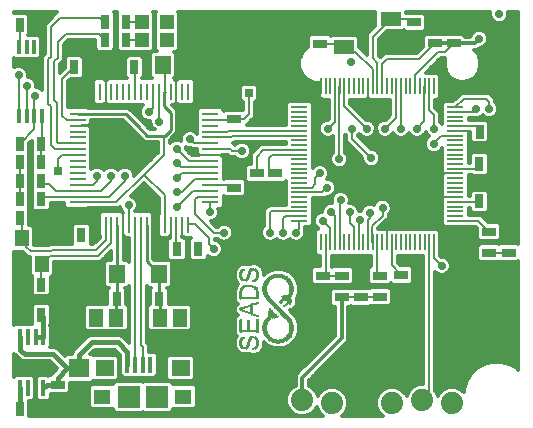
<source format=gtl>
G75*
%MOIN*%
%OFA0B0*%
%FSLAX24Y24*%
%IPPOS*%
%LPD*%
%AMOC8*
5,1,8,0,0,1.08239X$1,22.5*
%
%ADD10R,0.0011X0.0069*%
%ADD11R,0.0011X0.0080*%
%ADD12R,0.0011X0.0218*%
%ADD13R,0.0011X0.0310*%
%ADD14R,0.0011X0.0380*%
%ADD15R,0.0012X0.0425*%
%ADD16R,0.0011X0.0471*%
%ADD17R,0.0011X0.0517*%
%ADD18R,0.0011X0.0092*%
%ADD19R,0.0011X0.0563*%
%ADD20R,0.0011X0.0161*%
%ADD21R,0.0011X0.0586*%
%ADD22R,0.0011X0.0782*%
%ADD23R,0.0012X0.0816*%
%ADD24R,0.0011X0.0655*%
%ADD25R,0.0011X0.0851*%
%ADD26R,0.0011X0.0678*%
%ADD27R,0.0011X0.0862*%
%ADD28R,0.0011X0.0288*%
%ADD29R,0.0011X0.0448*%
%ADD30R,0.0011X0.0241*%
%ADD31R,0.0011X0.0253*%
%ADD32R,0.0011X0.0391*%
%ADD33R,0.0012X0.0230*%
%ADD34R,0.0012X0.0345*%
%ADD35R,0.0011X0.0207*%
%ADD36R,0.0011X0.0207*%
%ADD37R,0.0011X0.0299*%
%ADD38R,0.0011X0.0195*%
%ADD39R,0.0011X0.0184*%
%ADD40R,0.0012X0.0173*%
%ADD41R,0.0012X0.0195*%
%ADD42R,0.0012X0.0322*%
%ADD43R,0.0012X0.0184*%
%ADD44R,0.0011X0.0173*%
%ADD45R,0.0011X0.0230*%
%ADD46R,0.0011X0.0184*%
%ADD47R,0.0011X0.0092*%
%ADD48R,0.0012X0.0161*%
%ADD49R,0.0012X0.0092*%
%ADD50R,0.0011X0.0149*%
%ADD51R,0.0011X0.0150*%
%ADD52R,0.0011X0.0069*%
%ADD53R,0.0011X0.0046*%
%ADD54R,0.0012X0.0149*%
%ADD55R,0.0012X0.0023*%
%ADD56R,0.0012X0.0138*%
%ADD57R,0.0011X0.0138*%
%ADD58R,0.0011X0.0103*%
%ADD59R,0.0011X0.0057*%
%ADD60R,0.0011X0.0035*%
%ADD61R,0.0012X0.0103*%
%ADD62R,0.0012X0.0011*%
%ADD63R,0.0012X0.0127*%
%ADD64R,0.0012X0.0057*%
%ADD65R,0.0011X0.0127*%
%ADD66R,0.0011X0.0011*%
%ADD67R,0.0011X0.0023*%
%ADD68R,0.0012X0.0092*%
%ADD69R,0.0011X0.0115*%
%ADD70R,0.0011X0.0126*%
%ADD71R,0.0012X0.0126*%
%ADD72R,0.0011X0.0265*%
%ADD73R,0.0012X0.0150*%
%ADD74R,0.0012X0.0276*%
%ADD75R,0.0011X0.0322*%
%ADD76R,0.0011X0.0345*%
%ADD77R,0.0011X0.0368*%
%ADD78R,0.0012X0.0368*%
%ADD79R,0.0011X0.0379*%
%ADD80R,0.0012X0.0207*%
%ADD81R,0.0012X0.0207*%
%ADD82R,0.0012X0.0678*%
%ADD83R,0.0011X0.0621*%
%ADD84R,0.0011X0.0552*%
%ADD85R,0.0011X0.0552*%
%ADD86R,0.0012X0.0517*%
%ADD87R,0.0011X0.0425*%
%ADD88R,0.0012X0.0218*%
%ADD89R,0.0011X0.0437*%
%ADD90R,0.0012X0.0437*%
%ADD91R,0.0012X0.0080*%
%ADD92R,0.0012X0.0333*%
%ADD93R,0.0011X0.0356*%
%ADD94R,0.0011X0.0403*%
%ADD95R,0.0012X0.0115*%
%ADD96R,0.0012X0.0069*%
%ADD97R,0.0012X0.0391*%
%ADD98R,0.0011X0.0264*%
%ADD99R,0.0012X0.0288*%
%ADD100R,0.0012X0.0403*%
%ADD101R,0.0011X0.0299*%
%ADD102R,0.0011X0.0276*%
%ADD103R,0.0012X0.0069*%
%ADD104R,0.0011X0.0414*%
%ADD105R,0.0011X0.0333*%
%ADD106R,0.0011X0.0322*%
%ADD107R,0.0090X0.0580*%
%ADD108R,0.0580X0.0090*%
%ADD109R,0.0472X0.0315*%
%ADD110R,0.0315X0.0472*%
%ADD111C,0.0740*%
%ADD112R,0.0571X0.0106*%
%ADD113R,0.0106X0.0571*%
%ADD114R,0.0709X0.0472*%
%ADD115R,0.0472X0.0551*%
%ADD116R,0.0138X0.0472*%
%ADD117R,0.0630X0.0551*%
%ADD118R,0.0571X0.0512*%
%ADD119R,0.0748X0.0748*%
%ADD120R,0.0157X0.0531*%
%ADD121R,0.0709X0.0630*%
%ADD122R,0.0180X0.0540*%
%ADD123R,0.0551X0.0630*%
%ADD124R,0.0512X0.0591*%
%ADD125R,0.0472X0.0472*%
%ADD126C,0.0120*%
%ADD127C,0.0080*%
%ADD128C,0.0280*%
%ADD129C,0.0100*%
%ADD130R,0.0280X0.0280*%
%ADD131C,0.0160*%
%ADD132C,0.0010*%
D10*
X008873Y004266D03*
X009138Y003898D03*
X010518Y004588D03*
X008965Y005301D03*
X008931Y005290D03*
X008896Y005278D03*
X008827Y005255D03*
X008839Y005163D03*
X009138Y006164D03*
X009172Y006164D03*
D11*
X009184Y006169D03*
X009195Y006169D03*
X009161Y006158D03*
X009103Y005997D03*
X009080Y005997D03*
X009069Y005997D03*
X009057Y005997D03*
X009046Y005997D03*
X009023Y005997D03*
X009011Y005997D03*
X009000Y005997D03*
X008988Y005997D03*
X008965Y005997D03*
X008954Y005997D03*
X008908Y005985D03*
X008885Y005974D03*
X008885Y006181D03*
X008896Y006181D03*
X008873Y006181D03*
X008850Y006192D03*
X008839Y006192D03*
X009126Y005985D03*
X009138Y005985D03*
X009161Y005974D03*
X009172Y005974D03*
X009195Y005962D03*
X009195Y005594D03*
X009184Y005594D03*
X009172Y005594D03*
X009161Y005594D03*
X009138Y005594D03*
X009126Y005594D03*
X009115Y005594D03*
X009103Y005594D03*
X009080Y005594D03*
X009069Y005594D03*
X009057Y005594D03*
X009046Y005594D03*
X009023Y005594D03*
X009011Y005594D03*
X009000Y005594D03*
X008988Y005594D03*
X008965Y005594D03*
X008954Y005594D03*
X008942Y005594D03*
X008931Y005594D03*
X008908Y005594D03*
X008896Y005594D03*
X008885Y005594D03*
X008873Y005594D03*
X008850Y005594D03*
X008839Y005594D03*
X008827Y005594D03*
X008816Y005594D03*
X008908Y005284D03*
X008885Y005272D03*
X008873Y005272D03*
X008850Y005261D03*
X008839Y005261D03*
X008827Y005169D03*
X008850Y005157D03*
X008873Y005146D03*
X008885Y005146D03*
X008896Y005146D03*
X008908Y005134D03*
X008931Y005134D03*
X008942Y005123D03*
X008954Y005123D03*
X008965Y005123D03*
X008988Y005111D03*
X009000Y005100D03*
X009011Y005100D03*
X009023Y005100D03*
X009046Y005088D03*
X009057Y005088D03*
X009069Y005077D03*
X009080Y005077D03*
X009172Y005042D03*
X009184Y005042D03*
X009195Y005031D03*
X009218Y005031D03*
X009230Y005019D03*
X009241Y005019D03*
X009276Y005008D03*
X009299Y004996D03*
X009310Y004996D03*
X009333Y004985D03*
X009195Y005376D03*
X009184Y005376D03*
X009172Y005376D03*
X009161Y005364D03*
X009218Y005387D03*
X009241Y005399D03*
X009253Y005399D03*
X009276Y005410D03*
X009287Y005410D03*
X009310Y005422D03*
X009080Y005341D03*
X009069Y005341D03*
X009057Y005330D03*
X009046Y005330D03*
X009023Y005318D03*
X009011Y005318D03*
X009000Y005318D03*
X008988Y005307D03*
X008954Y005295D03*
X008942Y005295D03*
X008724Y005215D03*
X009218Y005594D03*
X009230Y005594D03*
X009241Y005594D03*
X009253Y005594D03*
X010081Y005456D03*
X010161Y005629D03*
X010518Y005882D03*
X009966Y004973D03*
X009253Y004490D03*
X009241Y004490D03*
X009230Y004490D03*
X009218Y004490D03*
X009195Y004490D03*
X009184Y004490D03*
X009172Y004490D03*
X009161Y004490D03*
X009138Y004490D03*
X009126Y004490D03*
X009115Y004490D03*
X009103Y004490D03*
X009080Y004490D03*
X009069Y004490D03*
X008965Y004490D03*
X008954Y004490D03*
X008942Y004490D03*
X008931Y004490D03*
X008908Y004490D03*
X008896Y004490D03*
X008885Y004490D03*
X008873Y004490D03*
X008850Y004490D03*
X008839Y004490D03*
X008827Y004490D03*
X008816Y004490D03*
X008885Y004272D03*
X008896Y004272D03*
X008850Y004260D03*
X009161Y004283D03*
X009172Y004283D03*
X009184Y004283D03*
X009195Y004283D03*
X009218Y004272D03*
X009218Y003915D03*
X009195Y003904D03*
X009184Y003904D03*
X009172Y003904D03*
X009161Y003904D03*
X008873Y003927D03*
X008850Y003927D03*
X008839Y003927D03*
X008827Y006514D03*
X008850Y006526D03*
X008873Y006526D03*
X008885Y006526D03*
X009126Y006537D03*
X009138Y006537D03*
X009195Y006537D03*
X009218Y006537D03*
D12*
X009333Y006353D03*
X009655Y006158D03*
X009655Y005606D03*
X010276Y005583D03*
X010506Y005882D03*
X010345Y006158D03*
X009851Y005019D03*
X009655Y004870D03*
X009655Y004318D03*
X008988Y004019D03*
X010345Y004318D03*
X010506Y004594D03*
X010345Y004870D03*
X008988Y006284D03*
D13*
X008758Y006353D03*
X009310Y006353D03*
X009506Y005882D03*
X010311Y005525D03*
X010345Y005560D03*
X010495Y005882D03*
X010495Y004594D03*
D14*
X010483Y004594D03*
X010483Y005882D03*
X009299Y005744D03*
X008770Y005744D03*
D15*
X010472Y005882D03*
X010472Y004594D03*
D16*
X010460Y004594D03*
X009540Y004594D03*
X009540Y005882D03*
X010460Y005882D03*
D17*
X010449Y005882D03*
X010449Y004594D03*
D18*
X010219Y005324D03*
X010230Y005336D03*
X010265Y005370D03*
X010276Y005382D03*
X010288Y005393D03*
X010449Y005497D03*
X009333Y005428D03*
X009230Y005393D03*
X009161Y005048D03*
X008735Y005209D03*
X008850Y005957D03*
X008873Y005968D03*
X008908Y006187D03*
X008827Y006198D03*
X008839Y006520D03*
X009115Y006532D03*
X009161Y006543D03*
X009172Y006543D03*
X009184Y006543D03*
X009230Y006532D03*
X009241Y006520D03*
X009230Y006187D03*
X009218Y006175D03*
X009184Y005968D03*
X009218Y005945D03*
X009138Y004278D03*
X009126Y004278D03*
X008816Y004243D03*
X008816Y003944D03*
X008827Y003933D03*
X008931Y003933D03*
D19*
X010437Y004594D03*
X010437Y005882D03*
D20*
X010207Y005600D03*
X010437Y005497D03*
X009908Y004991D03*
X009736Y004232D03*
X009747Y004220D03*
X009759Y004209D03*
X009770Y004209D03*
X010219Y004197D03*
X010230Y004209D03*
X010253Y004220D03*
X010265Y004232D03*
X009276Y004209D03*
X009276Y003979D03*
X008816Y005209D03*
X009276Y006244D03*
X009736Y006244D03*
X009747Y006256D03*
X009759Y006256D03*
X009770Y006267D03*
X009793Y006279D03*
X010230Y006267D03*
X010253Y006256D03*
X010265Y006244D03*
D21*
X009575Y005882D03*
X009575Y004594D03*
X010426Y004594D03*
D22*
X010426Y005784D03*
D23*
X010414Y005778D03*
D24*
X009598Y005882D03*
X009598Y004594D03*
X010403Y004594D03*
D25*
X010403Y005784D03*
D26*
X010391Y004594D03*
D27*
X010391Y005790D03*
D28*
X010380Y006089D03*
X009621Y005675D03*
X010380Y004801D03*
X010380Y004387D03*
X009621Y004387D03*
X009023Y004099D03*
X009011Y004076D03*
D29*
X010380Y005594D03*
D30*
X009816Y005042D03*
X010368Y004352D03*
X008735Y006353D03*
D31*
X009000Y006313D03*
X009632Y006118D03*
X009632Y005646D03*
X009805Y005048D03*
X009632Y004830D03*
X009632Y004358D03*
X009000Y004048D03*
X008735Y004094D03*
X010368Y004830D03*
X010368Y006118D03*
D32*
X010368Y005577D03*
X009287Y005750D03*
X008781Y005750D03*
X009138Y005209D03*
D33*
X009839Y005025D03*
X010357Y004853D03*
X010357Y004335D03*
X010357Y006141D03*
D34*
X010357Y005566D03*
X009092Y005209D03*
X008747Y005727D03*
D35*
X010334Y006175D03*
X010334Y004301D03*
D36*
X010334Y004887D03*
X009862Y005014D03*
X009678Y004899D03*
X010265Y005589D03*
D37*
X010322Y005531D03*
X010334Y005543D03*
X009770Y005060D03*
X009621Y004795D03*
X009506Y004588D03*
X009333Y005704D03*
X009621Y006083D03*
D38*
X009678Y006192D03*
X010253Y005594D03*
X009943Y005295D03*
X009931Y005307D03*
X009920Y005318D03*
X009908Y005330D03*
X009885Y005353D03*
X009874Y005364D03*
X009862Y005376D03*
X009851Y005387D03*
X009828Y005410D03*
X009816Y005422D03*
X009805Y005433D03*
X009690Y005560D03*
X009678Y005571D03*
X009966Y005272D03*
X009977Y005261D03*
X009989Y005249D03*
X010000Y005238D03*
X010023Y005215D03*
X010035Y005203D03*
X010046Y005192D03*
X010058Y005180D03*
X010081Y005157D03*
X009874Y005008D03*
X009690Y004916D03*
X010311Y004916D03*
X010322Y004904D03*
X010322Y004283D03*
X010311Y004272D03*
X009690Y004272D03*
X009678Y004283D03*
X008724Y004088D03*
X010322Y006192D03*
X008724Y006353D03*
D39*
X009690Y006198D03*
X009701Y006210D03*
X010311Y006198D03*
X010173Y005577D03*
X009793Y005451D03*
X009770Y005474D03*
X009759Y005485D03*
X009736Y005508D03*
X009713Y005531D03*
X009701Y005543D03*
X010092Y005140D03*
X010104Y005129D03*
X010115Y005117D03*
X010150Y005083D03*
X010161Y005071D03*
X010173Y005060D03*
X010207Y005025D03*
X010219Y005014D03*
X010230Y005002D03*
X010265Y004968D03*
X010276Y004956D03*
X010288Y004945D03*
X009885Y005002D03*
X009069Y004209D03*
D40*
X009724Y004237D03*
X010299Y004260D03*
X009897Y004996D03*
X010184Y005583D03*
D41*
X009954Y005284D03*
X009897Y005341D03*
X009839Y005399D03*
X010012Y005226D03*
X010069Y005169D03*
X010299Y004927D03*
D42*
X010299Y005520D03*
D43*
X010242Y005600D03*
X009782Y005462D03*
X009724Y005520D03*
X010127Y005106D03*
X010184Y005048D03*
X010242Y004991D03*
X008977Y003990D03*
X010299Y006210D03*
X008977Y006256D03*
D44*
X009069Y006468D03*
X009276Y006468D03*
X009713Y006227D03*
X010276Y006238D03*
X010288Y006227D03*
X010230Y005606D03*
X010196Y005594D03*
X010288Y004249D03*
X010276Y004237D03*
X009713Y004249D03*
X009701Y004260D03*
D45*
X009644Y004335D03*
X009333Y004094D03*
X009057Y004174D03*
X009644Y004853D03*
X009828Y005037D03*
X010288Y005577D03*
X009644Y005623D03*
X009644Y006141D03*
X009057Y006440D03*
D46*
X009747Y005497D03*
X010138Y005094D03*
X010196Y005037D03*
X010253Y004979D03*
D47*
X010253Y005359D03*
X009299Y005416D03*
X009253Y005014D03*
X009287Y005002D03*
X009230Y004266D03*
X009115Y004266D03*
X008839Y004255D03*
X008827Y004255D03*
X008885Y003921D03*
X008896Y003921D03*
X008908Y003921D03*
X009230Y003921D03*
X009115Y005991D03*
X008942Y005991D03*
X008931Y005991D03*
X008896Y005980D03*
X008816Y006210D03*
X008816Y006509D03*
D48*
X009264Y005888D03*
X009724Y006233D03*
X010242Y006256D03*
X010242Y004209D03*
D49*
X009207Y003910D03*
X009264Y005405D03*
X010242Y005347D03*
D50*
X010219Y005606D03*
X010173Y006296D03*
X009828Y006296D03*
X009345Y006353D03*
X009816Y004180D03*
X009851Y004168D03*
D51*
X009805Y004191D03*
X009793Y004191D03*
X010196Y004191D03*
X010207Y004191D03*
X009345Y004088D03*
X008965Y003973D03*
X008965Y006227D03*
X009805Y006284D03*
X010196Y006284D03*
X010207Y006284D03*
X010219Y006273D03*
D52*
X010207Y005324D03*
X008896Y006532D03*
D53*
X010196Y005324D03*
X009989Y004968D03*
D54*
X010184Y004180D03*
X008804Y005215D03*
D55*
X010184Y005324D03*
D56*
X010184Y006290D03*
X010127Y006313D03*
X010069Y006325D03*
X009839Y006302D03*
X009839Y004174D03*
X009897Y004151D03*
X009954Y004140D03*
X010012Y004140D03*
X010127Y004163D03*
D57*
X010138Y004163D03*
X010150Y004163D03*
X010161Y004174D03*
X010173Y004174D03*
X010115Y004151D03*
X010104Y004151D03*
X010092Y004151D03*
X010081Y004151D03*
X010046Y004140D03*
X010035Y004140D03*
X010023Y004140D03*
X010000Y004140D03*
X009989Y004140D03*
X009977Y004140D03*
X009966Y004140D03*
X009920Y004151D03*
X009908Y004151D03*
X009885Y004151D03*
X009874Y004163D03*
X009862Y004163D03*
X009828Y004174D03*
X009080Y004232D03*
X009920Y004991D03*
X009690Y005106D03*
X008793Y005209D03*
X008781Y005209D03*
X009816Y006290D03*
X009851Y006302D03*
X009862Y006313D03*
X009874Y006313D03*
X009885Y006313D03*
X009908Y006325D03*
X009920Y006325D03*
X009931Y006325D03*
X009943Y006325D03*
X010058Y006325D03*
X010081Y006325D03*
X010092Y006325D03*
X010104Y006325D03*
X010115Y006313D03*
X010138Y006313D03*
X010150Y006302D03*
X010161Y006302D03*
X009080Y006497D03*
D58*
X009103Y006526D03*
X009253Y006514D03*
X009253Y006204D03*
X009241Y006192D03*
X009230Y005939D03*
X009241Y005928D03*
X008942Y006204D03*
X008931Y006192D03*
X008793Y006227D03*
X008839Y005951D03*
X008827Y005939D03*
X010092Y005456D03*
X010104Y005468D03*
X010115Y005479D03*
X010138Y005502D03*
X010150Y005514D03*
X010161Y005525D03*
X009241Y004260D03*
X009253Y004249D03*
X009103Y004260D03*
X009253Y003938D03*
X009241Y003927D03*
X008942Y003938D03*
D59*
X009977Y004973D03*
X009678Y005111D03*
X010150Y005629D03*
D60*
X010138Y005629D03*
X010058Y005456D03*
X009483Y005882D03*
X009483Y004594D03*
D61*
X008804Y004237D03*
X008804Y003950D03*
X010127Y005491D03*
X008804Y006215D03*
D62*
X010127Y005629D03*
D63*
X010012Y006330D03*
X009954Y006330D03*
X009264Y006215D03*
X010069Y004145D03*
D64*
X010069Y005456D03*
D65*
X010046Y006330D03*
X010035Y006330D03*
X010023Y006330D03*
X010000Y006330D03*
X009989Y006330D03*
X009977Y006330D03*
X009966Y006330D03*
X009943Y004145D03*
X009931Y004145D03*
X010058Y004145D03*
X008712Y004088D03*
D66*
X010046Y005456D03*
D67*
X010000Y004968D03*
D68*
X009954Y004979D03*
X009322Y004991D03*
X009207Y005957D03*
X008862Y005968D03*
X008919Y006187D03*
X009149Y006543D03*
D69*
X008954Y006210D03*
X008816Y005922D03*
X008758Y005209D03*
X008793Y004220D03*
X008793Y003967D03*
X009943Y004979D03*
D70*
X009931Y004985D03*
X009253Y005916D03*
X008712Y006353D03*
X008793Y006480D03*
X008770Y005215D03*
X008954Y003950D03*
D71*
X009264Y004237D03*
X008804Y005905D03*
X009897Y006319D03*
D72*
X008724Y005686D03*
X009793Y005054D03*
X009046Y004145D03*
D73*
X009782Y004203D03*
X009782Y006273D03*
D74*
X009322Y006359D03*
X009034Y006382D03*
X009782Y005060D03*
X009322Y004094D03*
D75*
X009310Y004094D03*
X008758Y004094D03*
X009759Y005060D03*
D76*
X009747Y005060D03*
X009299Y004094D03*
X008770Y004094D03*
X009299Y006359D03*
D77*
X009287Y006359D03*
X009517Y005876D03*
X008758Y005738D03*
X009103Y005209D03*
X009115Y005209D03*
X009701Y005014D03*
X009736Y005060D03*
X009517Y004588D03*
X009287Y004094D03*
D78*
X009724Y005048D03*
D79*
X009713Y005031D03*
X009126Y005203D03*
D80*
X009667Y004301D03*
X009667Y006175D03*
D81*
X009667Y005589D03*
X009667Y004887D03*
D82*
X009609Y004594D03*
X009609Y005882D03*
D83*
X009586Y005876D03*
X009586Y004588D03*
D84*
X009563Y004588D03*
D85*
X009563Y005876D03*
D86*
X009552Y005882D03*
X009552Y004594D03*
D87*
X009529Y004594D03*
X008724Y004663D03*
X009529Y005882D03*
D88*
X009494Y005882D03*
X009494Y004594D03*
D89*
X009333Y004669D03*
X009310Y004669D03*
X009299Y004669D03*
X009287Y004669D03*
X009276Y004669D03*
X008793Y004669D03*
X008781Y004669D03*
X008770Y004669D03*
X008758Y004669D03*
X008735Y004669D03*
D90*
X008747Y004669D03*
X009322Y004669D03*
D91*
X009264Y004490D03*
X009207Y004490D03*
X009149Y004490D03*
X009092Y004490D03*
X008977Y004490D03*
X008919Y004490D03*
X008862Y004490D03*
X008804Y004490D03*
X008862Y004260D03*
X009149Y004283D03*
X009207Y004272D03*
X008919Y003927D03*
X008862Y003927D03*
X009264Y005008D03*
X009207Y005031D03*
X009034Y005088D03*
X008977Y005111D03*
X008919Y005134D03*
X008862Y005157D03*
X008919Y005284D03*
X008977Y005307D03*
X009034Y005330D03*
X009207Y005387D03*
X009322Y005422D03*
X009264Y005594D03*
X009207Y005594D03*
X009149Y005594D03*
X009092Y005594D03*
X009034Y005594D03*
X008977Y005594D03*
X008919Y005594D03*
X008862Y005594D03*
X008804Y005594D03*
X008919Y005985D03*
X008977Y005997D03*
X009034Y005997D03*
X009092Y005997D03*
X009149Y005985D03*
X009149Y006158D03*
X009207Y006169D03*
X008862Y006181D03*
X008862Y006526D03*
X009207Y006537D03*
D92*
X009322Y005721D03*
D93*
X009310Y005732D03*
X008781Y006353D03*
X008781Y004099D03*
D94*
X008988Y004651D03*
X009000Y004651D03*
X009011Y004651D03*
X009023Y004651D03*
X009046Y004651D03*
X009057Y004651D03*
X009276Y005755D03*
D95*
X009264Y006497D03*
X009092Y006509D03*
X008804Y006497D03*
X008747Y005209D03*
X009092Y004255D03*
X009264Y003956D03*
D96*
X009149Y003898D03*
D97*
X009149Y005209D03*
D98*
X009046Y006411D03*
D99*
X008747Y006353D03*
X009034Y004122D03*
X008747Y004088D03*
D100*
X009034Y004651D03*
D101*
X009023Y006359D03*
D102*
X009011Y006336D03*
D103*
X008862Y005267D03*
D104*
X008793Y005761D03*
D105*
X008770Y006353D03*
D106*
X008735Y005715D03*
D107*
X011404Y007456D03*
X011564Y007456D03*
X011724Y007456D03*
X011874Y007456D03*
X012034Y007456D03*
X012194Y007456D03*
X012354Y007456D03*
X012504Y007456D03*
X012664Y007456D03*
X012824Y007456D03*
X012984Y007456D03*
X013134Y007456D03*
X013294Y007456D03*
X013454Y007456D03*
X013604Y007456D03*
X013764Y007456D03*
X013924Y007456D03*
X014084Y007456D03*
X014234Y007456D03*
X014394Y007456D03*
X014554Y007456D03*
X014714Y007456D03*
X014864Y007456D03*
X015024Y007456D03*
X015184Y007456D03*
X015184Y012656D03*
X015024Y012656D03*
X014864Y012656D03*
X014714Y012656D03*
X014554Y012656D03*
X014394Y012656D03*
X014234Y012656D03*
X014084Y012656D03*
X013924Y012656D03*
X013764Y012656D03*
X013604Y012656D03*
X013454Y012656D03*
X013294Y012656D03*
X013134Y012656D03*
X012984Y012656D03*
X012824Y012656D03*
X012664Y012656D03*
X012504Y012656D03*
X012354Y012656D03*
X012194Y012656D03*
X012034Y012656D03*
X011874Y012656D03*
X011724Y012656D03*
X011564Y012656D03*
X011404Y012656D03*
D108*
X010694Y011946D03*
X010694Y011786D03*
X010694Y011626D03*
X010694Y011476D03*
X010694Y011316D03*
X010694Y011156D03*
X010694Y010996D03*
X010694Y010846D03*
X010694Y010686D03*
X010694Y010526D03*
X010694Y010366D03*
X010694Y010216D03*
X010694Y010056D03*
X010694Y009896D03*
X010694Y009746D03*
X010694Y009586D03*
X010694Y009426D03*
X010694Y009266D03*
X010694Y009116D03*
X010694Y008956D03*
X010694Y008796D03*
X010694Y008636D03*
X010694Y008486D03*
X010694Y008326D03*
X010694Y008166D03*
X015894Y008166D03*
X015894Y008326D03*
X015894Y008486D03*
X015894Y008636D03*
X015894Y008796D03*
X015894Y008956D03*
X015894Y009116D03*
X015894Y009266D03*
X015894Y009426D03*
X015894Y009586D03*
X015894Y009746D03*
X015894Y009896D03*
X015894Y010056D03*
X015894Y010216D03*
X015894Y010366D03*
X015894Y010526D03*
X015894Y010686D03*
X015894Y010846D03*
X015894Y010996D03*
X015894Y011156D03*
X015894Y011316D03*
X015894Y011476D03*
X015894Y011626D03*
X015894Y011786D03*
X015894Y011946D03*
D109*
X015831Y014076D03*
X015200Y014076D03*
X014528Y014073D03*
X014528Y014782D03*
X015200Y014784D03*
X015831Y014785D03*
X011379Y014782D03*
X011379Y014073D03*
X008504Y012262D03*
X008504Y011554D03*
X009264Y009751D03*
X009871Y009752D03*
X009871Y009043D03*
X009264Y009042D03*
X008504Y009270D03*
X008504Y008562D03*
X011484Y006326D03*
X012105Y006331D03*
X012739Y006333D03*
X013376Y006342D03*
X013376Y005634D03*
X012739Y005625D03*
X012105Y005623D03*
X011484Y005618D03*
X014091Y005650D03*
X014091Y006358D03*
X017016Y007093D03*
X017670Y007107D03*
X017670Y007816D03*
X017016Y007802D03*
X002638Y002696D03*
X002638Y001987D03*
D110*
X002087Y001908D03*
X001379Y001908D03*
X001379Y005018D03*
X002087Y005018D03*
X002087Y006042D03*
X001379Y006042D03*
X002717Y007696D03*
X002087Y008247D03*
X001379Y008247D03*
X001379Y008877D03*
X002087Y008877D03*
X002087Y009507D03*
X001379Y009507D03*
X001379Y010136D03*
X002087Y010136D03*
X002087Y010727D03*
X001379Y010727D03*
X003190Y013286D03*
X003898Y013286D03*
X004489Y013286D03*
X005197Y013286D03*
X004922Y014192D03*
X004922Y014782D03*
X004213Y014782D03*
X004213Y014192D03*
X002087Y014703D03*
X001379Y014703D03*
X003426Y007696D03*
X003898Y005570D03*
X004607Y005570D03*
X006024Y005570D03*
X006733Y005570D03*
X006615Y007223D03*
X007323Y007223D03*
X016694Y008812D03*
X017403Y008812D03*
X017398Y010065D03*
X016689Y010065D03*
X016704Y011142D03*
X017413Y011142D03*
D111*
X015788Y002092D03*
X014788Y002192D03*
X013788Y002092D03*
X012788Y002192D03*
X011788Y002092D03*
X010788Y002192D03*
D112*
X007727Y008778D03*
X007727Y008975D03*
X007727Y009172D03*
X007727Y009369D03*
X007727Y009566D03*
X007727Y009762D03*
X007727Y009959D03*
X007727Y010156D03*
X007727Y010353D03*
X007727Y010550D03*
X007727Y010747D03*
X007727Y010944D03*
X007727Y011140D03*
X007727Y011337D03*
X007727Y011534D03*
X007727Y011731D03*
X003298Y011731D03*
X003298Y011534D03*
X003298Y011337D03*
X003298Y011140D03*
X003298Y010944D03*
X003298Y010747D03*
X003298Y010550D03*
X003298Y010353D03*
X003298Y010156D03*
X003298Y009959D03*
X003298Y009762D03*
X003298Y009566D03*
X003298Y009369D03*
X003298Y009172D03*
X003298Y008975D03*
X003298Y008778D03*
D113*
X004036Y008040D03*
X004233Y008040D03*
X004430Y008040D03*
X004627Y008040D03*
X004823Y008040D03*
X005020Y008040D03*
X005217Y008040D03*
X005414Y008040D03*
X005611Y008040D03*
X005808Y008040D03*
X006004Y008040D03*
X006201Y008040D03*
X006398Y008040D03*
X006595Y008040D03*
X006792Y008040D03*
X006989Y008040D03*
X006989Y012469D03*
X006792Y012469D03*
X006595Y012469D03*
X006398Y012469D03*
X006201Y012469D03*
X006004Y012469D03*
X005808Y012469D03*
X005611Y012469D03*
X005414Y012469D03*
X005217Y012469D03*
X005020Y012469D03*
X004823Y012469D03*
X004627Y012469D03*
X004430Y012469D03*
X004233Y012469D03*
X004036Y012469D03*
D114*
X012166Y013955D03*
X012166Y014900D03*
X013741Y014900D03*
X013741Y013955D03*
D115*
X002107Y007577D03*
X001438Y007577D03*
X001438Y006711D03*
X002107Y006711D03*
D116*
X002117Y011662D03*
X001861Y011662D03*
X001605Y011662D03*
X001349Y011662D03*
X001349Y013965D03*
X001605Y013965D03*
X001861Y013965D03*
X002117Y013965D03*
D117*
X004213Y003266D03*
X006733Y003266D03*
D118*
X006821Y002302D03*
X004125Y002302D03*
D119*
X005001Y002302D03*
X005945Y002302D03*
D120*
X005985Y003355D03*
X005729Y003355D03*
X005473Y003355D03*
X005217Y003355D03*
X004961Y003355D03*
D121*
X003347Y003247D03*
X003347Y002144D03*
D122*
X002152Y002584D03*
X001902Y002584D03*
X001642Y002584D03*
X001392Y002584D03*
X001392Y004304D03*
X001642Y004304D03*
X001902Y004304D03*
X002152Y004304D03*
D123*
X003504Y006396D03*
X004607Y006396D03*
X006024Y006396D03*
X007127Y006396D03*
X007245Y013365D03*
X006142Y013365D03*
D124*
X006044Y004940D03*
X006713Y004940D03*
X004587Y004940D03*
X003918Y004940D03*
D125*
X005453Y014192D03*
X005453Y014782D03*
X006280Y014782D03*
X006280Y014192D03*
D126*
X001696Y002154D02*
X001696Y001659D01*
X011471Y001659D01*
X011339Y001791D01*
X011267Y001964D01*
X011237Y001891D01*
X011088Y001742D01*
X010893Y001662D01*
X010683Y001662D01*
X010488Y001742D01*
X010339Y001891D01*
X010258Y002086D01*
X010258Y002297D01*
X010339Y002492D01*
X010488Y002641D01*
X010568Y002674D01*
X010568Y003023D01*
X010697Y003152D01*
X011885Y004340D01*
X011885Y005305D01*
X011802Y005305D01*
X011709Y005399D01*
X011709Y005846D01*
X011802Y005940D01*
X012407Y005940D01*
X012421Y005927D01*
X012436Y005942D01*
X013041Y005942D01*
X013053Y005931D01*
X013073Y005951D01*
X013678Y005951D01*
X013772Y005858D01*
X013772Y005410D01*
X013678Y005316D01*
X013073Y005316D01*
X013062Y005328D01*
X013041Y005307D01*
X012436Y005307D01*
X012423Y005321D01*
X012407Y005305D01*
X012325Y005305D01*
X012325Y004158D01*
X011008Y002841D01*
X011008Y002674D01*
X011088Y002641D01*
X011237Y002492D01*
X011309Y002319D01*
X011339Y002392D01*
X011488Y002541D01*
X011683Y002622D01*
X011893Y002622D01*
X012088Y002541D01*
X012237Y002392D01*
X012318Y002197D01*
X012318Y001986D01*
X012237Y001791D01*
X012105Y001659D01*
X013471Y001659D01*
X013339Y001791D01*
X013258Y001986D01*
X013258Y002197D01*
X013339Y002392D01*
X013488Y002541D01*
X013683Y002622D01*
X013893Y002622D01*
X014088Y002541D01*
X014237Y002392D01*
X014267Y002319D01*
X014339Y002492D01*
X014488Y002641D01*
X014683Y002722D01*
X014824Y002722D01*
X014824Y007006D01*
X013964Y007006D01*
X013964Y006768D01*
X014056Y006676D01*
X014393Y006676D01*
X014487Y006582D01*
X014487Y006135D01*
X014393Y006041D01*
X013788Y006041D01*
X013741Y006088D01*
X013678Y006025D01*
X013073Y006025D01*
X012979Y006119D01*
X012979Y006566D01*
X013073Y006660D01*
X013094Y006660D01*
X013094Y007006D01*
X011764Y007006D01*
X011764Y006644D01*
X011786Y006644D01*
X011792Y006638D01*
X011802Y006649D01*
X012407Y006649D01*
X012501Y006555D01*
X012501Y006108D01*
X012407Y006014D01*
X011802Y006014D01*
X011797Y006020D01*
X011786Y006009D01*
X011181Y006009D01*
X011087Y006103D01*
X011087Y006550D01*
X011181Y006644D01*
X011364Y006644D01*
X011364Y007006D01*
X011293Y007006D01*
X011199Y007099D01*
X011199Y007812D01*
X011293Y007906D01*
X011313Y007906D01*
X011303Y007910D01*
X011219Y007994D01*
X011173Y008104D01*
X011173Y008224D01*
X011219Y008334D01*
X011303Y008418D01*
X011413Y008464D01*
X011460Y008464D01*
X011460Y008515D01*
X011506Y008625D01*
X011590Y008710D01*
X011701Y008755D01*
X011796Y008755D01*
X011775Y008805D01*
X011775Y008925D01*
X011821Y009035D01*
X011905Y009119D01*
X012016Y009165D01*
X012135Y009165D01*
X012245Y009119D01*
X012330Y009035D01*
X012375Y008925D01*
X012375Y008805D01*
X012351Y008748D01*
X012430Y008748D01*
X012541Y008702D01*
X012625Y008617D01*
X012671Y008507D01*
X012671Y008503D01*
X012754Y008503D01*
X012793Y008598D01*
X012878Y008682D01*
X012988Y008728D01*
X013107Y008728D01*
X013180Y008698D01*
X013211Y008771D01*
X013295Y008855D01*
X013405Y008901D01*
X013525Y008901D01*
X013635Y008855D01*
X013719Y008771D01*
X013765Y008661D01*
X013765Y008541D01*
X013719Y008431D01*
X013665Y008377D01*
X013665Y008254D01*
X013330Y007920D01*
X013330Y007906D01*
X013565Y007906D01*
X013609Y007862D01*
X013653Y007906D01*
X015295Y007906D01*
X015389Y007812D01*
X015389Y007099D01*
X015384Y007094D01*
X015384Y007005D01*
X015416Y006972D01*
X015493Y006972D01*
X015604Y006926D01*
X015688Y006842D01*
X015734Y006732D01*
X015734Y006612D01*
X015688Y006502D01*
X015604Y006418D01*
X015493Y006372D01*
X015374Y006372D01*
X015264Y006418D01*
X015224Y006457D01*
X015224Y002505D01*
X015237Y002492D01*
X015309Y002319D01*
X015339Y002392D01*
X015488Y002541D01*
X015683Y002622D01*
X015893Y002622D01*
X016088Y002541D01*
X016182Y002447D01*
X016182Y002524D01*
X016257Y002801D01*
X016400Y003050D01*
X016603Y003253D01*
X016852Y003396D01*
X017129Y003470D01*
X017416Y003470D01*
X017693Y003396D01*
X017941Y003253D01*
X017993Y003201D01*
X017993Y006810D01*
X017972Y006789D01*
X017367Y006789D01*
X017350Y006807D01*
X017319Y006776D01*
X016714Y006776D01*
X016620Y006869D01*
X016620Y007317D01*
X016714Y007411D01*
X017319Y007411D01*
X017336Y007393D01*
X017367Y007424D01*
X017972Y007424D01*
X017993Y007403D01*
X017993Y015110D01*
X017663Y015110D01*
X017663Y014998D01*
X017617Y014888D01*
X017533Y014803D01*
X017422Y014758D01*
X017303Y014758D01*
X017193Y014803D01*
X017108Y014888D01*
X017063Y014998D01*
X017063Y015110D01*
X014255Y015110D01*
X014255Y015100D01*
X014493Y015100D01*
X014493Y015100D01*
X014831Y015100D01*
X014924Y015006D01*
X014924Y014558D01*
X014831Y014465D01*
X014226Y014465D01*
X014174Y014517D01*
X014161Y014504D01*
X013627Y014504D01*
X013342Y014219D01*
X013342Y013668D01*
X013394Y013616D01*
X013423Y013645D01*
X013540Y013762D01*
X014603Y013762D01*
X014803Y013962D01*
X014803Y014299D01*
X014897Y014393D01*
X015502Y014393D01*
X015515Y014380D01*
X015529Y014394D01*
X016134Y014394D01*
X016227Y014300D01*
X016227Y014296D01*
X016396Y014296D01*
X016439Y014401D01*
X016524Y014485D01*
X016634Y014531D01*
X016753Y014531D01*
X016863Y014485D01*
X016948Y014401D01*
X016993Y014291D01*
X016993Y014171D01*
X016948Y014061D01*
X016863Y013977D01*
X016753Y013931D01*
X016705Y013931D01*
X016630Y013856D01*
X016523Y013856D01*
X016636Y013743D01*
X016727Y013523D01*
X016727Y013285D01*
X016636Y013066D01*
X016468Y012897D01*
X016248Y012806D01*
X016011Y012806D01*
X015791Y012897D01*
X015623Y013066D01*
X015532Y013285D01*
X015532Y013523D01*
X015563Y013598D01*
X015398Y013598D01*
X014906Y013106D01*
X015295Y013106D01*
X015389Y013012D01*
X015389Y012299D01*
X015295Y012206D01*
X015224Y012206D01*
X015224Y011936D01*
X015382Y011778D01*
X015382Y011463D01*
X015436Y011409D01*
X015444Y011390D01*
X015444Y012057D01*
X015538Y012151D01*
X015816Y012151D01*
X016100Y012435D01*
X017005Y012435D01*
X017122Y012318D01*
X017224Y012215D01*
X017224Y012117D01*
X017279Y012062D01*
X017324Y011952D01*
X017324Y011833D01*
X017279Y011722D01*
X017194Y011638D01*
X017084Y011592D01*
X016964Y011592D01*
X016854Y011638D01*
X016806Y011687D01*
X016757Y011638D01*
X016647Y011592D01*
X016570Y011592D01*
X016563Y011586D01*
X016344Y011586D01*
X016344Y011516D01*
X016458Y011516D01*
X016480Y011538D01*
X016928Y011538D01*
X017021Y011444D01*
X017021Y010839D01*
X016928Y010746D01*
X016480Y010746D01*
X016386Y010839D01*
X016386Y011116D01*
X016335Y011116D01*
X016344Y011107D01*
X016344Y010096D01*
X016371Y010096D01*
X016371Y010368D01*
X016465Y010462D01*
X016913Y010462D01*
X017006Y010368D01*
X017006Y009763D01*
X016913Y009669D01*
X016465Y009669D01*
X016438Y009696D01*
X016344Y009696D01*
X016344Y009004D01*
X016335Y008996D01*
X016376Y008996D01*
X016376Y009114D01*
X016470Y009208D01*
X016918Y009208D01*
X017011Y009114D01*
X017011Y008509D01*
X016918Y008415D01*
X016470Y008415D01*
X016376Y008509D01*
X016376Y008596D01*
X016344Y008596D01*
X016344Y008366D01*
X016735Y008366D01*
X016982Y008119D01*
X017319Y008119D01*
X017413Y008026D01*
X017413Y007578D01*
X017319Y007484D01*
X016714Y007484D01*
X016620Y007578D01*
X016620Y007915D01*
X016570Y007966D01*
X016255Y007966D01*
X016250Y007961D01*
X015538Y007961D01*
X015444Y008054D01*
X015444Y008907D01*
X015493Y008956D01*
X015444Y009004D01*
X015444Y009697D01*
X015488Y009741D01*
X015444Y009784D01*
X015444Y010576D01*
X015436Y010557D01*
X015352Y010473D01*
X015241Y010427D01*
X015122Y010427D01*
X015012Y010473D01*
X014927Y010557D01*
X014882Y010667D01*
X014882Y010787D01*
X014927Y010897D01*
X015012Y010981D01*
X015016Y010983D01*
X015012Y010985D01*
X014927Y011069D01*
X014902Y011130D01*
X014877Y011069D01*
X014793Y010985D01*
X014682Y010939D01*
X014563Y010939D01*
X014453Y010985D01*
X014368Y011069D01*
X014355Y011101D01*
X014341Y011069D01*
X014257Y010985D01*
X014147Y010939D01*
X014027Y010939D01*
X013917Y010985D01*
X013833Y011069D01*
X013821Y011096D01*
X013810Y011069D01*
X013726Y010985D01*
X013615Y010939D01*
X013496Y010939D01*
X013386Y010985D01*
X013301Y011069D01*
X013256Y011179D01*
X013256Y011299D01*
X013301Y011409D01*
X013386Y011493D01*
X013496Y011539D01*
X013573Y011539D01*
X013724Y011690D01*
X013724Y012206D01*
X013023Y012206D01*
X012979Y012250D01*
X012935Y012206D01*
X012394Y012206D01*
X012394Y012061D01*
X012916Y011539D01*
X012993Y011539D01*
X013104Y011493D01*
X013188Y011409D01*
X013234Y011299D01*
X013234Y011179D01*
X013188Y011069D01*
X013104Y010985D01*
X012993Y010939D01*
X012874Y010939D01*
X012764Y010985D01*
X012688Y011061D01*
X012641Y011015D01*
X012641Y010987D01*
X013078Y010551D01*
X013155Y010551D01*
X013265Y010505D01*
X013349Y010421D01*
X013395Y010310D01*
X013395Y010191D01*
X013349Y010081D01*
X013265Y009996D01*
X013155Y009951D01*
X013035Y009951D01*
X012925Y009996D01*
X012841Y010081D01*
X012795Y010191D01*
X012795Y010268D01*
X012241Y010821D01*
X012241Y011015D01*
X012228Y011028D01*
X012228Y010439D01*
X012282Y010385D01*
X012328Y010275D01*
X012328Y010156D01*
X012282Y010045D01*
X012198Y009961D01*
X012088Y009915D01*
X011968Y009915D01*
X011858Y009961D01*
X011774Y010045D01*
X011728Y010156D01*
X011728Y010275D01*
X011774Y010385D01*
X011828Y010439D01*
X011828Y010996D01*
X011816Y010985D01*
X011706Y010939D01*
X011587Y010939D01*
X011476Y010985D01*
X011392Y011069D01*
X011346Y011179D01*
X011346Y011299D01*
X011392Y011409D01*
X011476Y011493D01*
X011587Y011539D01*
X011663Y011539D01*
X011674Y011549D01*
X011674Y012206D01*
X011453Y012206D01*
X011359Y012299D01*
X011359Y012767D01*
X011202Y012767D01*
X010967Y012864D01*
X010788Y013043D01*
X010691Y013277D01*
X010691Y013531D01*
X010788Y013765D01*
X010967Y013944D01*
X010982Y013951D01*
X010982Y014297D01*
X011076Y014391D01*
X011681Y014391D01*
X011733Y014339D01*
X011745Y014352D01*
X012587Y014352D01*
X012680Y014258D01*
X012680Y013960D01*
X012760Y013881D01*
X012942Y013698D01*
X012942Y014385D01*
X013226Y014669D01*
X013226Y015110D01*
X006651Y015110D01*
X006676Y015085D01*
X006676Y013889D01*
X006583Y013795D01*
X006529Y013795D01*
X006578Y013746D01*
X006578Y012984D01*
X006509Y012915D01*
X006518Y012915D01*
X006595Y012837D01*
X006672Y012915D01*
X007108Y012915D01*
X007202Y012821D01*
X007202Y012117D01*
X007108Y012024D01*
X006672Y012024D01*
X006595Y012101D01*
X006518Y012024D01*
X006458Y012024D01*
X006628Y011853D01*
X006628Y011112D01*
X006382Y010866D01*
X006382Y010761D01*
X006445Y010824D01*
X006555Y010870D01*
X006674Y010870D01*
X006748Y010839D01*
X006748Y010944D01*
X006793Y011054D01*
X006878Y011139D01*
X006988Y011185D01*
X007107Y011185D01*
X007218Y011139D01*
X007281Y011075D01*
X007281Y011850D01*
X007375Y011944D01*
X008079Y011944D01*
X008172Y011850D01*
X008172Y011842D01*
X008202Y011871D01*
X008807Y011871D01*
X008816Y011862D01*
X008816Y012120D01*
X008810Y012120D01*
X008716Y012214D01*
X008716Y012626D01*
X008810Y012720D01*
X009223Y012720D01*
X009316Y012626D01*
X009316Y012214D01*
X009223Y012120D01*
X009216Y012120D01*
X009216Y011628D01*
X008944Y011356D01*
X010244Y011356D01*
X010244Y012057D01*
X010338Y012151D01*
X011050Y012151D01*
X011144Y012057D01*
X011144Y009932D01*
X011209Y009997D01*
X011319Y010043D01*
X011438Y010043D01*
X011548Y009997D01*
X011633Y009913D01*
X011679Y009802D01*
X011679Y009683D01*
X011633Y009573D01*
X011630Y009570D01*
X011674Y009570D01*
X011785Y009525D01*
X011869Y009440D01*
X011915Y009330D01*
X011915Y009211D01*
X011869Y009100D01*
X011785Y009016D01*
X011674Y008970D01*
X011598Y008970D01*
X011543Y008916D01*
X011144Y008916D01*
X011144Y008054D01*
X011050Y007961D01*
X010894Y007961D01*
X010894Y007794D01*
X010891Y007791D01*
X010891Y007715D01*
X010845Y007604D01*
X010761Y007520D01*
X010651Y007474D01*
X010531Y007474D01*
X010421Y007520D01*
X010375Y007567D01*
X010328Y007520D01*
X010218Y007474D01*
X010098Y007474D01*
X009988Y007520D01*
X009941Y007567D01*
X009895Y007520D01*
X009785Y007474D01*
X009665Y007474D01*
X009555Y007520D01*
X009471Y007604D01*
X009425Y007715D01*
X009425Y007834D01*
X009471Y007944D01*
X009525Y007999D01*
X009525Y008526D01*
X009642Y008644D01*
X009684Y008686D01*
X010244Y008686D01*
X010244Y009505D01*
X010173Y009434D01*
X009568Y009434D01*
X009568Y009435D01*
X009567Y009433D01*
X008962Y009433D01*
X008868Y009527D01*
X008868Y009974D01*
X008962Y010068D01*
X009064Y010068D01*
X009064Y010389D01*
X009401Y010726D01*
X010244Y010726D01*
X010244Y010796D01*
X008549Y010796D01*
X008497Y010744D01*
X008487Y010744D01*
X008540Y010691D01*
X008556Y010691D01*
X008610Y010745D01*
X008720Y010791D01*
X008840Y010791D01*
X008950Y010745D01*
X009034Y010661D01*
X009080Y010550D01*
X009080Y010431D01*
X009034Y010321D01*
X008950Y010236D01*
X008840Y010191D01*
X008720Y010191D01*
X008610Y010236D01*
X008556Y010291D01*
X008374Y010291D01*
X008315Y010350D01*
X008098Y010350D01*
X008172Y010276D01*
X008172Y009569D01*
X008183Y009569D01*
X008202Y009588D01*
X008807Y009588D01*
X008901Y009494D01*
X008901Y009047D01*
X008807Y008953D01*
X008202Y008953D01*
X008172Y008982D01*
X008172Y008659D01*
X008079Y008565D01*
X007991Y008565D01*
X008017Y008503D01*
X008017Y008384D01*
X007971Y008274D01*
X007887Y008189D01*
X007777Y008144D01*
X007749Y008144D01*
X007918Y007974D01*
X007965Y007974D01*
X008020Y008029D01*
X008130Y008074D01*
X008249Y008074D01*
X008359Y008029D01*
X008444Y007944D01*
X008490Y007834D01*
X008490Y007715D01*
X008444Y007604D01*
X008359Y007520D01*
X008249Y007474D01*
X008130Y007474D01*
X008020Y007520D01*
X007965Y007574D01*
X007878Y007574D01*
X007878Y007523D01*
X007895Y007523D01*
X008005Y007477D01*
X008090Y007393D01*
X008135Y007283D01*
X008135Y007163D01*
X008090Y007053D01*
X008005Y006969D01*
X007895Y006923D01*
X007776Y006923D01*
X007665Y006969D01*
X007641Y006993D01*
X007641Y006921D01*
X007547Y006827D01*
X007100Y006827D01*
X007006Y006921D01*
X007006Y007526D01*
X007075Y007595D01*
X006869Y007595D01*
X006795Y007669D01*
X006795Y007619D01*
X006838Y007619D01*
X006932Y007526D01*
X006932Y006921D01*
X006838Y006827D01*
X006410Y006827D01*
X006460Y006778D01*
X006460Y006015D01*
X006366Y005921D01*
X006292Y005921D01*
X006342Y005872D01*
X006342Y005395D01*
X006366Y005395D01*
X006379Y005382D01*
X006391Y005395D01*
X007035Y005395D01*
X007129Y005301D01*
X007129Y004578D01*
X007035Y004484D01*
X006391Y004484D01*
X006379Y004497D01*
X006366Y004484D01*
X005722Y004484D01*
X005628Y004578D01*
X005628Y005301D01*
X005707Y005380D01*
X005707Y005872D01*
X005756Y005921D01*
X005682Y005921D01*
X005614Y005990D01*
X005614Y004097D01*
X005673Y004038D01*
X005673Y003781D01*
X005874Y003781D01*
X005968Y003687D01*
X005968Y003023D01*
X005874Y002929D01*
X004816Y002929D01*
X004722Y003023D01*
X004722Y003304D01*
X004721Y003307D01*
X004721Y003698D01*
X004547Y003873D01*
X003879Y003873D01*
X003728Y003722D01*
X003768Y003722D01*
X003810Y003680D01*
X003832Y003702D01*
X004594Y003702D01*
X004688Y003608D01*
X004688Y002925D01*
X004599Y002836D01*
X005441Y002836D01*
X005473Y002804D01*
X005505Y002836D01*
X006347Y002836D01*
X006258Y002925D01*
X006258Y003608D01*
X006352Y003702D01*
X007114Y003702D01*
X007208Y003608D01*
X007208Y002925D01*
X007114Y002831D01*
X006391Y002831D01*
X006479Y002742D01*
X006479Y002718D01*
X007173Y002718D01*
X007267Y002624D01*
X007267Y001980D01*
X007173Y001886D01*
X006479Y001886D01*
X006479Y001862D01*
X006386Y001768D01*
X005505Y001768D01*
X005473Y001800D01*
X005441Y001768D01*
X004560Y001768D01*
X004467Y001862D01*
X004467Y001886D01*
X003773Y001886D01*
X003679Y001980D01*
X003679Y002624D01*
X003773Y002718D01*
X004467Y002718D01*
X004467Y002742D01*
X004555Y002831D01*
X003832Y002831D01*
X003829Y002833D01*
X003768Y002772D01*
X003035Y002772D01*
X003035Y002472D01*
X002941Y002378D01*
X002402Y002378D01*
X002402Y002247D01*
X002308Y002154D01*
X001996Y002154D01*
X001902Y002247D01*
X001902Y002920D01*
X001996Y003014D01*
X002308Y003014D01*
X002322Y003000D01*
X002336Y003013D01*
X002412Y003013D01*
X002435Y003068D01*
X002502Y003135D01*
X002614Y003247D01*
X002381Y003479D01*
X001488Y003479D01*
X001400Y003516D01*
X001333Y003583D01*
X001197Y003719D01*
X001197Y002974D01*
X001236Y003014D01*
X001798Y003014D01*
X001892Y002920D01*
X001892Y002247D01*
X001798Y002154D01*
X001696Y002154D01*
X001696Y002147D02*
X003679Y002147D01*
X003679Y002029D02*
X001696Y002029D01*
X001696Y001910D02*
X003748Y001910D01*
X003679Y002266D02*
X002402Y002266D01*
X001902Y002266D02*
X001892Y002266D01*
X001892Y002384D02*
X001902Y002384D01*
X001892Y002503D02*
X001902Y002503D01*
X001892Y002621D02*
X001902Y002621D01*
X001892Y002740D02*
X001902Y002740D01*
X001892Y002858D02*
X001902Y002858D01*
X001959Y002977D02*
X001835Y002977D01*
X001199Y002977D02*
X001197Y002977D01*
X001197Y003095D02*
X002463Y003095D01*
X002581Y003214D02*
X001197Y003214D01*
X001197Y003332D02*
X002528Y003332D01*
X002410Y003451D02*
X001197Y003451D01*
X001197Y003569D02*
X001346Y003569D01*
X001228Y003688D02*
X001197Y003688D01*
X001197Y004694D02*
X001197Y007142D01*
X001453Y007142D01*
X001493Y007102D01*
X001650Y006944D01*
X001711Y006944D01*
X001711Y006369D01*
X001770Y006310D01*
X001770Y005739D01*
X001863Y005646D01*
X002311Y005646D01*
X002405Y005739D01*
X002405Y006276D01*
X002409Y006276D01*
X002503Y006369D01*
X002503Y006787D01*
X004060Y006787D01*
X004177Y006904D01*
X004417Y007144D01*
X004417Y006871D01*
X004265Y006871D01*
X004171Y006778D01*
X004171Y006015D01*
X004265Y005921D01*
X004339Y005921D01*
X004289Y005872D01*
X004289Y005395D01*
X004265Y005395D01*
X004253Y005382D01*
X004240Y005395D01*
X003596Y005395D01*
X003502Y005301D01*
X003502Y004578D01*
X003596Y004484D01*
X004240Y004484D01*
X004253Y004497D01*
X004265Y004484D01*
X004909Y004484D01*
X005003Y004578D01*
X005003Y005301D01*
X004924Y005380D01*
X004924Y005872D01*
X004875Y005921D01*
X004949Y005921D01*
X005017Y005990D01*
X005017Y004081D01*
X004850Y004249D01*
X004782Y004316D01*
X004694Y004353D01*
X003732Y004353D01*
X003644Y004316D01*
X003211Y003883D01*
X003144Y003816D01*
X003107Y003728D01*
X003107Y003722D01*
X002926Y003722D01*
X002872Y003667D01*
X002617Y003923D01*
X002529Y003959D01*
X002433Y003959D01*
X002394Y003959D01*
X002402Y003967D01*
X002402Y004640D01*
X002392Y004650D01*
X002392Y004703D01*
X002405Y004716D01*
X002405Y005321D01*
X002311Y005415D01*
X001863Y005415D01*
X001770Y005321D01*
X001770Y004734D01*
X001236Y004734D01*
X001197Y004694D01*
X001197Y004754D02*
X001770Y004754D01*
X001770Y004873D02*
X001197Y004873D01*
X001197Y004991D02*
X001770Y004991D01*
X001770Y005110D02*
X001197Y005110D01*
X001197Y005228D02*
X001770Y005228D01*
X001796Y005347D02*
X001197Y005347D01*
X001197Y005465D02*
X004289Y005465D01*
X004289Y005584D02*
X001197Y005584D01*
X001197Y005702D02*
X001807Y005702D01*
X001770Y005821D02*
X001197Y005821D01*
X001197Y005939D02*
X001770Y005939D01*
X001770Y006058D02*
X001197Y006058D01*
X001197Y006176D02*
X001770Y006176D01*
X001770Y006295D02*
X001197Y006295D01*
X001197Y006413D02*
X001711Y006413D01*
X001711Y006532D02*
X001197Y006532D01*
X001197Y006650D02*
X001711Y006650D01*
X001711Y006769D02*
X001197Y006769D01*
X001197Y006887D02*
X001711Y006887D01*
X001588Y007006D02*
X001197Y007006D01*
X001197Y007124D02*
X001470Y007124D01*
X001834Y007344D02*
X001834Y007919D01*
X001740Y008013D01*
X001696Y008013D01*
X001696Y008549D01*
X001684Y008562D01*
X001696Y008574D01*
X001696Y009179D01*
X001684Y009192D01*
X001696Y009204D01*
X001696Y009809D01*
X001684Y009822D01*
X001696Y009834D01*
X001696Y010762D01*
X001770Y010835D01*
X001770Y009834D01*
X001782Y009822D01*
X001770Y009809D01*
X001770Y009204D01*
X001782Y009192D01*
X001770Y009179D01*
X001770Y008574D01*
X001863Y008480D01*
X002311Y008480D01*
X002405Y008574D01*
X002405Y008775D01*
X002852Y008775D01*
X002852Y008659D01*
X002946Y008565D01*
X003650Y008565D01*
X003663Y008578D01*
X004670Y008578D01*
X004704Y008612D01*
X004746Y008510D01*
X004820Y008436D01*
X004820Y008411D01*
X004746Y008485D01*
X004113Y008485D01*
X004020Y008392D01*
X004020Y007688D01*
X004033Y007675D01*
X004033Y007601D01*
X003815Y007384D01*
X003734Y007384D01*
X003743Y007393D01*
X003743Y007998D01*
X003650Y008092D01*
X003202Y008092D01*
X003108Y007998D01*
X003108Y007393D01*
X003118Y007384D01*
X002359Y007384D01*
X002319Y007344D01*
X001834Y007344D01*
X001834Y007361D02*
X002336Y007361D01*
X001834Y007480D02*
X003108Y007480D01*
X003108Y007598D02*
X001834Y007598D01*
X001834Y007717D02*
X003108Y007717D01*
X003108Y007835D02*
X001834Y007835D01*
X001799Y007954D02*
X003108Y007954D01*
X003183Y008072D02*
X001696Y008072D01*
X001696Y008191D02*
X004020Y008191D01*
X004020Y008309D02*
X001696Y008309D01*
X001696Y008428D02*
X004056Y008428D01*
X004020Y008072D02*
X003669Y008072D01*
X003743Y007954D02*
X004020Y007954D01*
X004020Y007835D02*
X003743Y007835D01*
X003743Y007717D02*
X004020Y007717D01*
X004030Y007598D02*
X003743Y007598D01*
X003743Y007480D02*
X003912Y007480D01*
X004397Y007124D02*
X004417Y007124D01*
X004417Y007006D02*
X004279Y007006D01*
X004160Y006887D02*
X004417Y006887D01*
X004171Y006769D02*
X002503Y006769D01*
X002503Y006650D02*
X004171Y006650D01*
X004171Y006532D02*
X002503Y006532D01*
X002503Y006413D02*
X004171Y006413D01*
X004171Y006295D02*
X002429Y006295D01*
X002405Y006176D02*
X004171Y006176D01*
X004171Y006058D02*
X002405Y006058D01*
X002405Y005939D02*
X004247Y005939D01*
X004289Y005821D02*
X002405Y005821D01*
X002368Y005702D02*
X004289Y005702D01*
X004924Y005702D02*
X005017Y005702D01*
X005017Y005584D02*
X004924Y005584D01*
X004924Y005465D02*
X005017Y005465D01*
X005017Y005347D02*
X004957Y005347D01*
X005003Y005228D02*
X005017Y005228D01*
X005003Y005110D02*
X005017Y005110D01*
X005003Y004991D02*
X005017Y004991D01*
X005003Y004873D02*
X005017Y004873D01*
X005003Y004754D02*
X005017Y004754D01*
X005003Y004636D02*
X005017Y004636D01*
X005017Y004517D02*
X004942Y004517D01*
X005017Y004399D02*
X002402Y004399D01*
X002402Y004517D02*
X003563Y004517D01*
X003502Y004636D02*
X002402Y004636D01*
X002405Y004754D02*
X003502Y004754D01*
X003502Y004873D02*
X002405Y004873D01*
X002405Y004991D02*
X003502Y004991D01*
X003502Y005110D02*
X002405Y005110D01*
X002405Y005228D02*
X003502Y005228D01*
X003548Y005347D02*
X002379Y005347D01*
X002402Y004280D02*
X003608Y004280D01*
X003490Y004162D02*
X002402Y004162D01*
X002402Y004043D02*
X003371Y004043D01*
X003253Y003925D02*
X002611Y003925D01*
X002733Y003806D02*
X003140Y003806D01*
X002893Y003688D02*
X002851Y003688D01*
X003801Y003688D02*
X003818Y003688D01*
X003813Y003806D02*
X004613Y003806D01*
X004608Y003688D02*
X004721Y003688D01*
X004721Y003569D02*
X004688Y003569D01*
X004688Y003451D02*
X004721Y003451D01*
X004721Y003332D02*
X004688Y003332D01*
X004688Y003214D02*
X004722Y003214D01*
X004722Y003095D02*
X004688Y003095D01*
X004688Y002977D02*
X004768Y002977D01*
X004622Y002858D02*
X006324Y002858D01*
X006258Y002977D02*
X005922Y002977D01*
X005968Y003095D02*
X006258Y003095D01*
X006258Y003214D02*
X005968Y003214D01*
X005968Y003332D02*
X006258Y003332D01*
X006258Y003451D02*
X005968Y003451D01*
X005968Y003569D02*
X006258Y003569D01*
X006338Y003688D02*
X005967Y003688D01*
X005673Y003806D02*
X008652Y003806D01*
X008675Y003784D02*
X008675Y003784D01*
X008686Y003773D01*
X008698Y003761D01*
X008709Y003761D01*
X008732Y003738D01*
X008744Y003738D01*
X008755Y003727D01*
X008801Y003727D01*
X008813Y003715D01*
X008980Y003715D01*
X008991Y003727D01*
X009026Y003727D01*
X009034Y003735D01*
X009066Y003704D01*
X009279Y003704D01*
X009290Y003715D01*
X009313Y003715D01*
X009336Y003738D01*
X009348Y003738D01*
X009441Y003832D01*
X009453Y003843D01*
X009453Y003843D01*
X009464Y003855D01*
X009476Y003866D01*
X009476Y003878D01*
X009487Y003889D01*
X009487Y003901D01*
X009499Y003912D01*
X009499Y003935D01*
X009510Y003947D01*
X009510Y004121D01*
X009595Y004037D01*
X009606Y004026D01*
X009618Y004014D01*
X009629Y004014D01*
X009652Y003991D01*
X009664Y003991D01*
X009687Y003968D01*
X009710Y003968D01*
X009721Y003957D01*
X009733Y003957D01*
X009744Y003945D01*
X009767Y003945D01*
X009779Y003934D01*
X009802Y003934D01*
X009813Y003922D01*
X009871Y003922D01*
X009882Y003911D01*
X010118Y003911D01*
X010130Y003922D01*
X010187Y003922D01*
X010199Y003934D01*
X010222Y003934D01*
X010233Y003945D01*
X010256Y003945D01*
X010268Y003957D01*
X010291Y003957D01*
X010302Y003968D01*
X010314Y003968D01*
X010325Y003980D01*
X010337Y003991D01*
X010348Y003991D01*
X010371Y004014D01*
X010383Y004014D01*
X010429Y004060D01*
X010522Y004154D01*
X010534Y004165D01*
X010545Y004177D01*
X010557Y004188D01*
X010557Y004188D01*
X010568Y004200D01*
X010568Y004204D01*
X010579Y004215D01*
X010579Y004222D01*
X010591Y004234D01*
X010603Y004246D01*
X010603Y004257D01*
X010614Y004269D01*
X010614Y004280D01*
X010626Y004292D01*
X010626Y004303D01*
X010637Y004315D01*
X010637Y004326D01*
X010649Y004338D01*
X010649Y004361D01*
X010660Y004372D01*
X010660Y004407D01*
X010672Y004418D01*
X010672Y004476D01*
X010683Y004487D01*
X010683Y004689D01*
X010672Y004700D01*
X010672Y004769D01*
X010660Y004781D01*
X010660Y004815D01*
X010649Y004827D01*
X010649Y004850D01*
X010637Y004861D01*
X010637Y004873D01*
X011885Y004873D01*
X011885Y004991D02*
X010565Y004991D01*
X010568Y004988D02*
X010545Y005011D01*
X010534Y005022D01*
X010522Y005034D01*
X010429Y005128D01*
X010429Y005128D01*
X010419Y005137D01*
X010419Y005137D01*
X010364Y005192D01*
X010371Y005199D01*
X010475Y005199D01*
X010486Y005210D01*
X010486Y005210D01*
X010580Y005304D01*
X010580Y005315D01*
X010591Y005327D01*
X010591Y005338D01*
X010603Y005350D01*
X010603Y005373D01*
X010614Y005384D01*
X010614Y005568D01*
X010626Y005580D01*
X010626Y005591D01*
X010637Y005603D01*
X010637Y005614D01*
X010649Y005626D01*
X010649Y005649D01*
X010660Y005660D01*
X010660Y005695D01*
X010672Y005706D01*
X010672Y005764D01*
X010683Y005775D01*
X010683Y005988D01*
X010672Y006000D01*
X010672Y006057D01*
X010660Y006069D01*
X010660Y006103D01*
X010649Y006115D01*
X010649Y006138D01*
X010637Y006149D01*
X010637Y006161D01*
X010626Y006172D01*
X010626Y006184D01*
X010614Y006195D01*
X010614Y006207D01*
X010603Y006218D01*
X010603Y006230D01*
X010591Y006241D01*
X010591Y006241D01*
X010568Y006264D01*
X010568Y006276D01*
X010557Y006287D01*
X010557Y006287D01*
X010545Y006299D01*
X010534Y006310D01*
X010522Y006322D01*
X010429Y006416D01*
X010406Y006439D01*
X010394Y006450D01*
X010383Y006450D01*
X010348Y006485D01*
X010337Y006485D01*
X010325Y006496D01*
X010314Y006496D01*
X010302Y006508D01*
X010291Y006508D01*
X010279Y006519D01*
X010256Y006519D01*
X010245Y006531D01*
X010233Y006531D01*
X010222Y006531D01*
X010210Y006542D01*
X010187Y006542D01*
X010176Y006554D01*
X010118Y006554D01*
X009882Y006554D01*
X009882Y006554D01*
X009836Y006554D01*
X009825Y006542D01*
X009790Y006542D01*
X009779Y006531D01*
X009767Y006531D01*
X009756Y006531D01*
X009744Y006519D01*
X009733Y006519D01*
X009733Y006519D01*
X009721Y006519D01*
X009710Y006508D01*
X009710Y006508D01*
X009710Y006508D01*
X009698Y006508D01*
X009687Y006496D01*
X009675Y006496D01*
X009664Y006485D01*
X009664Y006485D01*
X009652Y006473D01*
X009641Y006473D01*
X009618Y006450D01*
X009606Y006450D01*
X009595Y006439D01*
X009595Y006439D01*
X009510Y006354D01*
X009510Y006494D01*
X009499Y006506D01*
X009499Y006529D01*
X009487Y006540D01*
X009487Y006563D01*
X009464Y006586D01*
X009464Y006598D01*
X009453Y006609D01*
X009359Y006703D01*
X009348Y006715D01*
X009336Y006715D01*
X009325Y006726D01*
X009313Y006726D01*
X009302Y006738D01*
X009267Y006738D01*
X009256Y006749D01*
X009077Y006749D01*
X009066Y006738D01*
X009043Y006738D01*
X009043Y006738D01*
X009031Y006738D01*
X009020Y006726D01*
X009020Y006726D01*
X009020Y006726D01*
X009008Y006726D01*
X008997Y006715D01*
X008985Y006715D01*
X008982Y006712D01*
X008968Y006726D01*
X008767Y006726D01*
X008755Y006715D01*
X008732Y006715D01*
X008675Y006657D01*
X008675Y006657D01*
X008581Y006563D01*
X008581Y006552D01*
X008569Y006540D01*
X008569Y006529D01*
X008558Y006517D01*
X008558Y006494D01*
X008546Y006483D01*
X008546Y006224D01*
X008558Y006212D01*
X008558Y006189D01*
X008569Y006178D01*
X008569Y006166D01*
X008581Y006155D01*
X008581Y006143D01*
X008658Y006066D01*
X008627Y006034D01*
X008627Y006023D01*
X008604Y006000D01*
X008592Y005988D01*
X008592Y005977D01*
X008581Y005965D01*
X008581Y005954D01*
X008569Y005942D01*
X008569Y005896D01*
X008558Y005885D01*
X008558Y005488D01*
X008641Y005405D01*
X008558Y005321D01*
X008558Y005108D01*
X008569Y005097D01*
X008581Y005085D01*
X008641Y005025D01*
X008558Y004942D01*
X008558Y004384D01*
X008607Y004335D01*
X008604Y004332D01*
X008592Y004321D01*
X008592Y004309D01*
X008581Y004298D01*
X008581Y004298D01*
X008569Y004286D01*
X008569Y004263D01*
X008558Y004252D01*
X008558Y004229D01*
X008546Y004217D01*
X008546Y003958D01*
X008558Y003947D01*
X008558Y003924D01*
X008569Y003912D01*
X008569Y003901D01*
X008581Y003889D01*
X008581Y003878D01*
X008675Y003784D01*
X008558Y003925D02*
X005673Y003925D01*
X005668Y004043D02*
X008546Y004043D01*
X008546Y004162D02*
X005614Y004162D01*
X005614Y004280D02*
X008569Y004280D01*
X008604Y004332D02*
X008604Y004332D01*
X008558Y004399D02*
X005614Y004399D01*
X005614Y004517D02*
X005689Y004517D01*
X005628Y004636D02*
X005614Y004636D01*
X005614Y004754D02*
X005628Y004754D01*
X005614Y004873D02*
X005628Y004873D01*
X005614Y004991D02*
X005628Y004991D01*
X005614Y005110D02*
X005628Y005110D01*
X005614Y005228D02*
X005628Y005228D01*
X005614Y005347D02*
X005674Y005347D01*
X005707Y005465D02*
X005614Y005465D01*
X005614Y005584D02*
X005707Y005584D01*
X005707Y005702D02*
X005614Y005702D01*
X005614Y005821D02*
X005707Y005821D01*
X005664Y005939D02*
X005614Y005939D01*
X005017Y005939D02*
X004967Y005939D01*
X004924Y005821D02*
X005017Y005821D01*
X005017Y006803D02*
X004949Y006871D01*
X004837Y006871D01*
X004837Y007659D01*
X004901Y007595D01*
X005017Y007595D01*
X005017Y006803D01*
X005017Y006887D02*
X004837Y006887D01*
X004837Y007006D02*
X005017Y007006D01*
X005017Y007124D02*
X004837Y007124D01*
X004837Y007243D02*
X005017Y007243D01*
X005017Y007361D02*
X004837Y007361D01*
X004837Y007480D02*
X005017Y007480D01*
X004897Y007598D02*
X004837Y007598D01*
X004803Y008428D02*
X004820Y008428D01*
X004731Y008546D02*
X002377Y008546D01*
X002405Y008665D02*
X002852Y008665D01*
X001797Y008546D02*
X001696Y008546D01*
X001696Y008665D02*
X001770Y008665D01*
X001770Y008783D02*
X001696Y008783D01*
X001696Y008902D02*
X001770Y008902D01*
X001770Y009020D02*
X001696Y009020D01*
X001696Y009139D02*
X001770Y009139D01*
X001770Y009257D02*
X001696Y009257D01*
X001696Y009376D02*
X001770Y009376D01*
X001770Y009494D02*
X001696Y009494D01*
X001696Y009613D02*
X001770Y009613D01*
X001770Y009731D02*
X001696Y009731D01*
X001696Y009850D02*
X001770Y009850D01*
X001770Y009968D02*
X001696Y009968D01*
X001696Y010087D02*
X001770Y010087D01*
X001770Y010205D02*
X001696Y010205D01*
X001696Y010324D02*
X001770Y010324D01*
X001770Y010442D02*
X001696Y010442D01*
X001696Y010561D02*
X001770Y010561D01*
X001770Y010679D02*
X001696Y010679D01*
X001732Y010798D02*
X001770Y010798D01*
X002996Y011944D02*
X002996Y012810D01*
X003076Y012890D01*
X003413Y012890D01*
X003507Y012984D01*
X003507Y013589D01*
X003413Y013682D01*
X002966Y013682D01*
X002872Y013589D01*
X002872Y013251D01*
X002720Y013100D01*
X002720Y013400D01*
X002721Y013401D01*
X002838Y013518D01*
X002838Y014030D01*
X002997Y014188D01*
X003896Y014188D01*
X003896Y013889D01*
X003989Y013795D01*
X004437Y013795D01*
X004531Y013889D01*
X004531Y015085D01*
X004506Y015110D01*
X004629Y015110D01*
X004604Y015085D01*
X004604Y013889D01*
X004698Y013795D01*
X005146Y013795D01*
X005148Y013798D01*
X005151Y013795D01*
X005756Y013795D01*
X005850Y013889D01*
X005850Y015085D01*
X005825Y015110D01*
X005909Y015110D01*
X005884Y015085D01*
X005884Y013889D01*
X005933Y013840D01*
X005800Y013840D01*
X005707Y013746D01*
X005707Y012984D01*
X005776Y012915D01*
X005446Y012915D01*
X005515Y012984D01*
X005515Y013589D01*
X005421Y013682D01*
X004974Y013682D01*
X004880Y013589D01*
X004880Y012984D01*
X004949Y012915D01*
X004310Y012915D01*
X004233Y012837D01*
X004155Y012915D01*
X003917Y012915D01*
X003823Y012821D01*
X003823Y012117D01*
X003917Y012024D01*
X004155Y012024D01*
X004233Y012101D01*
X004310Y012024D01*
X005479Y012024D01*
X005416Y011960D01*
X005370Y011850D01*
X005370Y011730D01*
X005416Y011620D01*
X005500Y011536D01*
X005610Y011490D01*
X005724Y011490D01*
X005724Y011415D01*
X005770Y011305D01*
X005854Y011221D01*
X005874Y011213D01*
X005717Y011213D01*
X005442Y011488D01*
X005107Y011823D01*
X004989Y011941D01*
X003653Y011941D01*
X003650Y011944D01*
X002996Y011944D01*
X002996Y011983D02*
X005439Y011983D01*
X005376Y011864D02*
X005066Y011864D01*
X005184Y011746D02*
X005370Y011746D01*
X005412Y011627D02*
X005303Y011627D01*
X005421Y011509D02*
X005564Y011509D01*
X005540Y011390D02*
X005734Y011390D01*
X005803Y011272D02*
X005658Y011272D01*
X005420Y010916D02*
X003743Y010916D01*
X003743Y010798D02*
X005538Y010798D01*
X005543Y010793D02*
X005982Y010793D01*
X005982Y010456D01*
X005312Y009786D01*
X005182Y009656D01*
X005182Y009724D01*
X005137Y009834D01*
X005052Y009918D01*
X004942Y009964D01*
X004823Y009964D01*
X004713Y009918D01*
X004646Y009852D01*
X004580Y009918D01*
X004470Y009964D01*
X004350Y009964D01*
X004240Y009918D01*
X004174Y009852D01*
X004107Y009918D01*
X003997Y009964D01*
X003878Y009964D01*
X003768Y009918D01*
X003743Y009894D01*
X003743Y011260D01*
X003666Y011337D01*
X003743Y011415D01*
X003743Y011521D01*
X004815Y011521D01*
X005145Y011191D01*
X005420Y010916D01*
X005543Y010793D01*
X005301Y011035D02*
X003743Y011035D01*
X003743Y011153D02*
X005183Y011153D01*
X005064Y011272D02*
X003731Y011272D01*
X003719Y011390D02*
X004946Y011390D01*
X004827Y011509D02*
X003743Y011509D01*
X003839Y012101D02*
X002996Y012101D01*
X002996Y012220D02*
X003823Y012220D01*
X003823Y012338D02*
X002996Y012338D01*
X002996Y012457D02*
X003823Y012457D01*
X003823Y012575D02*
X002996Y012575D01*
X002996Y012694D02*
X003823Y012694D01*
X003823Y012812D02*
X002999Y012812D01*
X002789Y013168D02*
X002720Y013168D01*
X002720Y013286D02*
X002872Y013286D01*
X002872Y013405D02*
X002725Y013405D01*
X002838Y013524D02*
X002872Y013524D01*
X002838Y013642D02*
X002925Y013642D01*
X002838Y013761D02*
X005721Y013761D01*
X005707Y013642D02*
X005461Y013642D01*
X005515Y013524D02*
X005707Y013524D01*
X005707Y013405D02*
X005515Y013405D01*
X005515Y013286D02*
X005707Y013286D01*
X005707Y013168D02*
X005515Y013168D01*
X005515Y013049D02*
X005707Y013049D01*
X005759Y012931D02*
X005462Y012931D01*
X004933Y012931D02*
X003454Y012931D01*
X003507Y013049D02*
X004880Y013049D01*
X004880Y013168D02*
X003507Y013168D01*
X003507Y013286D02*
X004880Y013286D01*
X004880Y013405D02*
X003507Y013405D01*
X003507Y013524D02*
X004880Y013524D01*
X004933Y013642D02*
X003454Y013642D01*
X003906Y013879D02*
X002838Y013879D01*
X002838Y013998D02*
X003896Y013998D01*
X003896Y014116D02*
X002924Y014116D01*
X002202Y014116D02*
X002090Y014116D01*
X002090Y013998D02*
X002202Y013998D01*
X002202Y013879D02*
X002090Y013879D01*
X002090Y013761D02*
X002202Y013761D01*
X002202Y013723D02*
X002123Y013645D01*
X002123Y012532D01*
X002060Y012596D01*
X001950Y012641D01*
X001915Y012641D01*
X001915Y012716D01*
X001869Y012826D01*
X001785Y012910D01*
X001674Y012956D01*
X001639Y012956D01*
X001639Y013070D01*
X001593Y013180D01*
X001509Y013265D01*
X001399Y013310D01*
X001279Y013310D01*
X001197Y013276D01*
X001197Y013586D01*
X001214Y013569D01*
X001996Y013569D01*
X002090Y013663D01*
X002090Y014268D01*
X001996Y014361D01*
X001657Y014361D01*
X001696Y014401D01*
X001696Y015006D01*
X001602Y015100D01*
X001197Y015100D01*
X001197Y015110D01*
X002604Y015110D01*
X002517Y015022D01*
X002202Y014708D01*
X002202Y013723D01*
X002123Y013642D02*
X002069Y013642D01*
X002123Y013524D02*
X001197Y013524D01*
X001197Y013405D02*
X002123Y013405D01*
X002123Y013286D02*
X001457Y013286D01*
X001599Y013168D02*
X002123Y013168D01*
X002123Y013049D02*
X001639Y013049D01*
X001735Y012931D02*
X002123Y012931D01*
X002123Y012812D02*
X001875Y012812D01*
X001915Y012694D02*
X002123Y012694D01*
X002123Y012575D02*
X002080Y012575D01*
X001222Y013286D02*
X001197Y013286D01*
X002090Y014235D02*
X002202Y014235D01*
X002202Y014353D02*
X002004Y014353D01*
X002202Y014472D02*
X001696Y014472D01*
X001696Y014590D02*
X002202Y014590D01*
X002203Y014709D02*
X001696Y014709D01*
X001696Y014827D02*
X002322Y014827D01*
X002440Y014946D02*
X001696Y014946D01*
X001638Y015064D02*
X002559Y015064D01*
X004531Y015064D02*
X004604Y015064D01*
X004604Y014946D02*
X004531Y014946D01*
X004531Y014827D02*
X004604Y014827D01*
X004604Y014709D02*
X004531Y014709D01*
X004531Y014590D02*
X004604Y014590D01*
X004604Y014472D02*
X004531Y014472D01*
X004531Y014353D02*
X004604Y014353D01*
X004604Y014235D02*
X004531Y014235D01*
X004531Y014116D02*
X004604Y014116D01*
X004604Y013998D02*
X004531Y013998D01*
X004521Y013879D02*
X004614Y013879D01*
X005839Y013879D02*
X005894Y013879D01*
X005884Y013998D02*
X005850Y013998D01*
X005850Y014116D02*
X005884Y014116D01*
X005884Y014235D02*
X005850Y014235D01*
X005850Y014353D02*
X005884Y014353D01*
X005884Y014472D02*
X005850Y014472D01*
X005850Y014590D02*
X005884Y014590D01*
X005884Y014709D02*
X005850Y014709D01*
X005850Y014827D02*
X005884Y014827D01*
X005884Y014946D02*
X005850Y014946D01*
X005850Y015064D02*
X005884Y015064D01*
X006676Y015064D02*
X013226Y015064D01*
X013226Y014946D02*
X006676Y014946D01*
X006676Y014827D02*
X013226Y014827D01*
X013226Y014709D02*
X006676Y014709D01*
X006676Y014590D02*
X013148Y014590D01*
X013029Y014472D02*
X006676Y014472D01*
X006676Y014353D02*
X011038Y014353D01*
X010982Y014235D02*
X006676Y014235D01*
X006676Y014116D02*
X010982Y014116D01*
X010982Y013998D02*
X006676Y013998D01*
X006666Y013879D02*
X010902Y013879D01*
X010786Y013761D02*
X006563Y013761D01*
X006578Y013642D02*
X010737Y013642D01*
X010691Y013524D02*
X006578Y013524D01*
X006578Y013405D02*
X010691Y013405D01*
X010691Y013286D02*
X006578Y013286D01*
X006578Y013168D02*
X010736Y013168D01*
X010786Y013049D02*
X006578Y013049D01*
X006525Y012931D02*
X010900Y012931D01*
X011092Y012812D02*
X007202Y012812D01*
X007202Y012694D02*
X008784Y012694D01*
X008716Y012575D02*
X007202Y012575D01*
X007202Y012457D02*
X008716Y012457D01*
X008716Y012338D02*
X007202Y012338D01*
X007202Y012220D02*
X008716Y012220D01*
X008816Y012101D02*
X007186Y012101D01*
X007296Y011864D02*
X006617Y011864D01*
X006628Y011746D02*
X007281Y011746D01*
X007281Y011627D02*
X006628Y011627D01*
X006628Y011509D02*
X007281Y011509D01*
X007281Y011390D02*
X006628Y011390D01*
X006628Y011272D02*
X007281Y011272D01*
X007281Y011153D02*
X007182Y011153D01*
X006913Y011153D02*
X006628Y011153D01*
X006550Y011035D02*
X006785Y011035D01*
X006748Y010916D02*
X006432Y010916D01*
X006419Y010798D02*
X006382Y010798D01*
X005982Y010679D02*
X003743Y010679D01*
X003743Y010561D02*
X005982Y010561D01*
X005969Y010442D02*
X003743Y010442D01*
X003743Y010324D02*
X005850Y010324D01*
X005732Y010205D02*
X003743Y010205D01*
X003743Y010087D02*
X005613Y010087D01*
X005495Y009968D02*
X003743Y009968D01*
X005121Y009850D02*
X005376Y009850D01*
X005258Y009731D02*
X005179Y009731D01*
X005512Y009421D02*
X006001Y008932D01*
X006001Y008405D01*
X005988Y008392D01*
X005988Y007688D01*
X006082Y007595D01*
X006321Y007595D01*
X006395Y007669D01*
X006395Y007619D01*
X006391Y007619D01*
X006297Y007526D01*
X006297Y006921D01*
X006347Y006871D01*
X005846Y006871D01*
X005821Y006897D01*
X005821Y007685D01*
X005824Y007688D01*
X005824Y008392D01*
X005730Y008485D01*
X005230Y008485D01*
X005255Y008510D01*
X005301Y008620D01*
X005301Y008739D01*
X005255Y008850D01*
X005170Y008934D01*
X005068Y008976D01*
X005512Y009421D01*
X005468Y009376D02*
X005557Y009376D01*
X005675Y009257D02*
X005349Y009257D01*
X005231Y009139D02*
X005794Y009139D01*
X005912Y009020D02*
X005112Y009020D01*
X005203Y008902D02*
X006001Y008902D01*
X006001Y008783D02*
X005282Y008783D01*
X005301Y008665D02*
X006001Y008665D01*
X006001Y008546D02*
X005270Y008546D01*
X005788Y008428D02*
X006001Y008428D01*
X005988Y008309D02*
X005824Y008309D01*
X005824Y008191D02*
X005988Y008191D01*
X005988Y008072D02*
X005824Y008072D01*
X005824Y007954D02*
X005988Y007954D01*
X005988Y007835D02*
X005824Y007835D01*
X005824Y007717D02*
X005988Y007717D01*
X006078Y007598D02*
X005821Y007598D01*
X005821Y007480D02*
X006297Y007480D01*
X006297Y007361D02*
X005821Y007361D01*
X005821Y007243D02*
X006297Y007243D01*
X006297Y007124D02*
X005821Y007124D01*
X005821Y007006D02*
X006297Y007006D01*
X006330Y006887D02*
X005830Y006887D01*
X006460Y006769D02*
X011364Y006769D01*
X011364Y006887D02*
X007608Y006887D01*
X008042Y007006D02*
X011292Y007006D01*
X011199Y007124D02*
X008119Y007124D01*
X008135Y007243D02*
X011199Y007243D01*
X011199Y007361D02*
X008103Y007361D01*
X008116Y007480D02*
X007999Y007480D01*
X008263Y007480D02*
X009651Y007480D01*
X009798Y007480D02*
X010085Y007480D01*
X010231Y007480D02*
X010518Y007480D01*
X010665Y007480D02*
X011199Y007480D01*
X011199Y007598D02*
X010840Y007598D01*
X010891Y007717D02*
X011199Y007717D01*
X011222Y007835D02*
X010894Y007835D01*
X010894Y007954D02*
X011259Y007954D01*
X011186Y008072D02*
X011144Y008072D01*
X011144Y008191D02*
X011173Y008191D01*
X011144Y008309D02*
X011209Y008309D01*
X011144Y008428D02*
X011326Y008428D01*
X011473Y008546D02*
X011144Y008546D01*
X011144Y008665D02*
X011546Y008665D01*
X011784Y008783D02*
X011144Y008783D01*
X011144Y008902D02*
X011775Y008902D01*
X011789Y009020D02*
X011815Y009020D01*
X011885Y009139D02*
X011953Y009139D01*
X011915Y009257D02*
X015444Y009257D01*
X015444Y009139D02*
X012197Y009139D01*
X012336Y009020D02*
X015444Y009020D01*
X015444Y008902D02*
X012375Y008902D01*
X012366Y008783D02*
X013223Y008783D01*
X012861Y008665D02*
X012577Y008665D01*
X012654Y008546D02*
X012772Y008546D01*
X013365Y007954D02*
X016581Y007954D01*
X016620Y007835D02*
X015365Y007835D01*
X015389Y007717D02*
X016620Y007717D01*
X016620Y007598D02*
X015389Y007598D01*
X015389Y007480D02*
X017993Y007480D01*
X017993Y007598D02*
X017413Y007598D01*
X017413Y007717D02*
X017993Y007717D01*
X017993Y007835D02*
X017413Y007835D01*
X017413Y007954D02*
X017993Y007954D01*
X017993Y008072D02*
X017366Y008072D01*
X016910Y008191D02*
X017993Y008191D01*
X017993Y008309D02*
X016791Y008309D01*
X016930Y008428D02*
X017993Y008428D01*
X017993Y008546D02*
X017011Y008546D01*
X017011Y008665D02*
X017993Y008665D01*
X017993Y008783D02*
X017011Y008783D01*
X017011Y008902D02*
X017993Y008902D01*
X017993Y009020D02*
X017011Y009020D01*
X016986Y009139D02*
X017993Y009139D01*
X017993Y009257D02*
X016344Y009257D01*
X016344Y009139D02*
X016401Y009139D01*
X016376Y009020D02*
X016344Y009020D01*
X016344Y009376D02*
X017993Y009376D01*
X017993Y009494D02*
X016344Y009494D01*
X016344Y009613D02*
X017993Y009613D01*
X017993Y009731D02*
X016975Y009731D01*
X017006Y009850D02*
X017993Y009850D01*
X017993Y009968D02*
X017006Y009968D01*
X017006Y010087D02*
X017993Y010087D01*
X017993Y010205D02*
X017006Y010205D01*
X017006Y010324D02*
X017993Y010324D01*
X017993Y010442D02*
X016932Y010442D01*
X016980Y010798D02*
X017993Y010798D01*
X017993Y010916D02*
X017021Y010916D01*
X017021Y011035D02*
X017993Y011035D01*
X017993Y011153D02*
X017021Y011153D01*
X017021Y011272D02*
X017993Y011272D01*
X017993Y011390D02*
X017021Y011390D01*
X016957Y011509D02*
X017993Y011509D01*
X017993Y011627D02*
X017169Y011627D01*
X017288Y011746D02*
X017993Y011746D01*
X017993Y011864D02*
X017324Y011864D01*
X017311Y011983D02*
X017993Y011983D01*
X017993Y012101D02*
X017239Y012101D01*
X017220Y012220D02*
X017993Y012220D01*
X017993Y012338D02*
X017101Y012338D01*
X016502Y012931D02*
X017993Y012931D01*
X017993Y013049D02*
X016620Y013049D01*
X016679Y013168D02*
X017993Y013168D01*
X017993Y013286D02*
X016727Y013286D01*
X016727Y013405D02*
X017993Y013405D01*
X017993Y013524D02*
X016727Y013524D01*
X016678Y013642D02*
X017993Y013642D01*
X017993Y013761D02*
X016619Y013761D01*
X016653Y013879D02*
X017993Y013879D01*
X017993Y013998D02*
X016884Y013998D01*
X016971Y014116D02*
X017993Y014116D01*
X017993Y014235D02*
X016993Y014235D01*
X016968Y014353D02*
X017993Y014353D01*
X017993Y014472D02*
X016877Y014472D01*
X016693Y014231D02*
X016539Y014076D01*
X015831Y014076D01*
X015200Y014076D01*
X015200Y014076D01*
X014803Y014116D02*
X013342Y014116D01*
X013342Y013998D02*
X014803Y013998D01*
X014720Y013879D02*
X013342Y013879D01*
X013342Y013761D02*
X013539Y013761D01*
X013420Y013642D02*
X013368Y013642D01*
X012942Y013761D02*
X012880Y013761D01*
X012942Y013879D02*
X012761Y013879D01*
X012680Y013998D02*
X012942Y013998D01*
X012942Y014116D02*
X012680Y014116D01*
X012680Y014235D02*
X012942Y014235D01*
X012942Y014353D02*
X011719Y014353D01*
X013358Y014235D02*
X014803Y014235D01*
X014857Y014353D02*
X013476Y014353D01*
X013595Y014472D02*
X014219Y014472D01*
X014837Y014472D02*
X016510Y014472D01*
X016419Y014353D02*
X016174Y014353D01*
X017085Y014946D02*
X014924Y014946D01*
X014924Y014827D02*
X017169Y014827D01*
X017063Y015064D02*
X014866Y015064D01*
X014924Y014709D02*
X017993Y014709D01*
X017993Y014827D02*
X017556Y014827D01*
X017641Y014946D02*
X017993Y014946D01*
X017993Y015064D02*
X017663Y015064D01*
X017993Y014590D02*
X014924Y014590D01*
X015324Y013524D02*
X015532Y013524D01*
X015532Y013405D02*
X015205Y013405D01*
X015087Y013286D02*
X015532Y013286D01*
X015580Y013168D02*
X014968Y013168D01*
X015351Y013049D02*
X015639Y013049D01*
X015757Y012931D02*
X015389Y012931D01*
X015389Y012812D02*
X015996Y012812D01*
X016263Y012812D02*
X017993Y012812D01*
X017993Y012694D02*
X015389Y012694D01*
X015389Y012575D02*
X017993Y012575D01*
X017993Y012457D02*
X015389Y012457D01*
X015389Y012338D02*
X016004Y012338D01*
X015885Y012220D02*
X015309Y012220D01*
X015224Y012101D02*
X015488Y012101D01*
X015444Y011983D02*
X015224Y011983D01*
X015296Y011864D02*
X015444Y011864D01*
X015444Y011746D02*
X015382Y011746D01*
X015382Y011627D02*
X015444Y011627D01*
X015444Y011509D02*
X015382Y011509D01*
X015444Y011390D02*
X015444Y011390D01*
X014961Y011035D02*
X014843Y011035D01*
X014947Y010916D02*
X012712Y010916D01*
X012713Y011035D02*
X012662Y011035D01*
X012831Y010798D02*
X014886Y010798D01*
X014882Y010679D02*
X012949Y010679D01*
X013068Y010561D02*
X014926Y010561D01*
X015085Y010442D02*
X013327Y010442D01*
X013389Y010324D02*
X015444Y010324D01*
X015444Y010442D02*
X015279Y010442D01*
X015438Y010561D02*
X015444Y010561D01*
X015444Y010205D02*
X013395Y010205D01*
X013352Y010087D02*
X015444Y010087D01*
X015444Y009968D02*
X013198Y009968D01*
X012992Y009968D02*
X012206Y009968D01*
X012300Y010087D02*
X012838Y010087D01*
X012795Y010205D02*
X012328Y010205D01*
X012308Y010324D02*
X012739Y010324D01*
X012620Y010442D02*
X012228Y010442D01*
X012228Y010561D02*
X012502Y010561D01*
X012383Y010679D02*
X012228Y010679D01*
X012228Y010798D02*
X012265Y010798D01*
X012241Y010916D02*
X012228Y010916D01*
X011828Y010916D02*
X011144Y010916D01*
X011144Y010798D02*
X011828Y010798D01*
X011828Y010679D02*
X011144Y010679D01*
X011144Y010561D02*
X011828Y010561D01*
X011828Y010442D02*
X011144Y010442D01*
X011144Y010324D02*
X011748Y010324D01*
X011728Y010205D02*
X011144Y010205D01*
X011144Y010087D02*
X011757Y010087D01*
X011851Y009968D02*
X011577Y009968D01*
X011659Y009850D02*
X015444Y009850D01*
X015478Y009731D02*
X011679Y009731D01*
X011649Y009613D02*
X015444Y009613D01*
X015444Y009494D02*
X011815Y009494D01*
X011896Y009376D02*
X015444Y009376D01*
X015444Y008783D02*
X013707Y008783D01*
X013763Y008665D02*
X015444Y008665D01*
X015444Y008546D02*
X013765Y008546D01*
X013716Y008428D02*
X015444Y008428D01*
X015444Y008309D02*
X013665Y008309D01*
X013602Y008191D02*
X015444Y008191D01*
X015444Y008072D02*
X013483Y008072D01*
X013094Y006887D02*
X011764Y006887D01*
X011764Y006769D02*
X013094Y006769D01*
X013064Y006650D02*
X011764Y006650D01*
X011364Y006650D02*
X009412Y006650D01*
X009359Y006703D02*
X009359Y006703D01*
X009313Y006726D02*
X009313Y006726D01*
X009313Y006726D01*
X009496Y006532D02*
X009780Y006532D01*
X009767Y006531D02*
X009767Y006531D01*
X009569Y006413D02*
X009510Y006413D01*
X010118Y006554D02*
X010118Y006554D01*
X010220Y006532D02*
X011087Y006532D01*
X011087Y006413D02*
X010431Y006413D01*
X010429Y006416D02*
X010429Y006416D01*
X010406Y006439D02*
X010406Y006439D01*
X010233Y006531D02*
X010233Y006531D01*
X010549Y006295D02*
X011087Y006295D01*
X011087Y006176D02*
X010626Y006176D01*
X010671Y006058D02*
X011132Y006058D01*
X010683Y005939D02*
X011802Y005939D01*
X011709Y005821D02*
X010683Y005821D01*
X010668Y005702D02*
X011709Y005702D01*
X011709Y005584D02*
X010626Y005584D01*
X010614Y005465D02*
X011709Y005465D01*
X011761Y005347D02*
X010600Y005347D01*
X010504Y005228D02*
X011885Y005228D01*
X011885Y005110D02*
X010446Y005110D01*
X010522Y005034D02*
X010522Y005034D01*
X010568Y004988D02*
X010568Y004976D01*
X010591Y004953D01*
X010603Y004942D01*
X010603Y004930D01*
X010614Y004919D01*
X010614Y004907D01*
X010626Y004896D01*
X010626Y004884D01*
X010637Y004873D01*
X010672Y004754D02*
X011885Y004754D01*
X011885Y004636D02*
X010683Y004636D01*
X010683Y004517D02*
X011885Y004517D01*
X011885Y004399D02*
X010660Y004399D01*
X010614Y004280D02*
X011826Y004280D01*
X011707Y004162D02*
X010530Y004162D01*
X010429Y004060D02*
X010429Y004060D01*
X010412Y004043D02*
X011589Y004043D01*
X011470Y003925D02*
X010190Y003925D01*
X010325Y003980D02*
X010325Y003980D01*
X009810Y003925D02*
X009499Y003925D01*
X009510Y004043D02*
X009588Y004043D01*
X009595Y004037D02*
X009595Y004037D01*
X009416Y003806D02*
X011352Y003806D01*
X011233Y003688D02*
X007128Y003688D01*
X007208Y003569D02*
X011115Y003569D01*
X010996Y003451D02*
X007208Y003451D01*
X007208Y003332D02*
X010878Y003332D01*
X010759Y003214D02*
X007208Y003214D01*
X007208Y003095D02*
X010641Y003095D01*
X010568Y002977D02*
X007208Y002977D01*
X007142Y002858D02*
X010568Y002858D01*
X010568Y002740D02*
X006479Y002740D01*
X007267Y002621D02*
X010468Y002621D01*
X010350Y002503D02*
X007267Y002503D01*
X007267Y002384D02*
X010294Y002384D01*
X010258Y002266D02*
X007267Y002266D01*
X007267Y002147D02*
X010258Y002147D01*
X010282Y002029D02*
X007267Y002029D01*
X007198Y001910D02*
X010331Y001910D01*
X010438Y001792D02*
X006410Y001792D01*
X005481Y001792D02*
X005465Y001792D01*
X004536Y001792D02*
X001696Y001792D01*
X001696Y001673D02*
X010654Y001673D01*
X010922Y001673D02*
X011457Y001673D01*
X011338Y001792D02*
X011138Y001792D01*
X011245Y001910D02*
X011289Y001910D01*
X011282Y002384D02*
X011336Y002384D01*
X011226Y002503D02*
X011450Y002503D01*
X011682Y002621D02*
X011108Y002621D01*
X011008Y002740D02*
X014824Y002740D01*
X014824Y002858D02*
X011026Y002858D01*
X011144Y002977D02*
X014824Y002977D01*
X014824Y003095D02*
X011263Y003095D01*
X011381Y003214D02*
X014824Y003214D01*
X014824Y003332D02*
X011500Y003332D01*
X011618Y003451D02*
X014824Y003451D01*
X014824Y003569D02*
X011737Y003569D01*
X011855Y003688D02*
X014824Y003688D01*
X014824Y003806D02*
X011974Y003806D01*
X012092Y003925D02*
X014824Y003925D01*
X014824Y004043D02*
X012211Y004043D01*
X012325Y004162D02*
X014824Y004162D01*
X014824Y004280D02*
X012325Y004280D01*
X012325Y004399D02*
X014824Y004399D01*
X014824Y004517D02*
X012325Y004517D01*
X012325Y004636D02*
X014824Y004636D01*
X014824Y004754D02*
X012325Y004754D01*
X012325Y004873D02*
X014824Y004873D01*
X014824Y004991D02*
X012325Y004991D01*
X012325Y005110D02*
X014824Y005110D01*
X014824Y005228D02*
X012325Y005228D01*
X012105Y005623D02*
X012105Y004249D01*
X010788Y002932D01*
X010788Y002192D01*
X011894Y002621D02*
X013682Y002621D01*
X013894Y002621D02*
X014468Y002621D01*
X014350Y002503D02*
X014126Y002503D01*
X014240Y002384D02*
X014294Y002384D01*
X013450Y002503D02*
X012126Y002503D01*
X012240Y002384D02*
X013336Y002384D01*
X013287Y002266D02*
X012289Y002266D01*
X012318Y002147D02*
X013258Y002147D01*
X013258Y002029D02*
X012318Y002029D01*
X012287Y001910D02*
X013289Y001910D01*
X013338Y001792D02*
X012238Y001792D01*
X012119Y001673D02*
X013457Y001673D01*
X015226Y002503D02*
X015450Y002503D01*
X015336Y002384D02*
X015282Y002384D01*
X015224Y002621D02*
X015682Y002621D01*
X015894Y002621D02*
X016208Y002621D01*
X016182Y002503D02*
X016126Y002503D01*
X016240Y002740D02*
X015224Y002740D01*
X015224Y002858D02*
X016290Y002858D01*
X016358Y002977D02*
X015224Y002977D01*
X015224Y003095D02*
X016446Y003095D01*
X016564Y003214D02*
X015224Y003214D01*
X015224Y003332D02*
X016741Y003332D01*
X017056Y003451D02*
X015224Y003451D01*
X015224Y003569D02*
X017993Y003569D01*
X017993Y003451D02*
X017489Y003451D01*
X017803Y003332D02*
X017993Y003332D01*
X017980Y003214D02*
X017993Y003214D01*
X017993Y003688D02*
X015224Y003688D01*
X015224Y003806D02*
X017993Y003806D01*
X017993Y003925D02*
X015224Y003925D01*
X015224Y004043D02*
X017993Y004043D01*
X017993Y004162D02*
X015224Y004162D01*
X015224Y004280D02*
X017993Y004280D01*
X017993Y004399D02*
X015224Y004399D01*
X015224Y004517D02*
X017993Y004517D01*
X017993Y004636D02*
X015224Y004636D01*
X015224Y004754D02*
X017993Y004754D01*
X017993Y004873D02*
X015224Y004873D01*
X015224Y004991D02*
X017993Y004991D01*
X017993Y005110D02*
X015224Y005110D01*
X015224Y005228D02*
X017993Y005228D01*
X017993Y005347D02*
X015224Y005347D01*
X015224Y005465D02*
X017993Y005465D01*
X017993Y005584D02*
X015224Y005584D01*
X015224Y005702D02*
X017993Y005702D01*
X017993Y005821D02*
X015224Y005821D01*
X015224Y005939D02*
X017993Y005939D01*
X017993Y006058D02*
X015224Y006058D01*
X015224Y006176D02*
X017993Y006176D01*
X017993Y006295D02*
X015224Y006295D01*
X015224Y006413D02*
X015274Y006413D01*
X015594Y006413D02*
X017993Y006413D01*
X017993Y006532D02*
X015700Y006532D01*
X015734Y006650D02*
X017993Y006650D01*
X017993Y006769D02*
X015718Y006769D01*
X015642Y006887D02*
X016620Y006887D01*
X016620Y007006D02*
X015384Y007006D01*
X015389Y007124D02*
X016620Y007124D01*
X016620Y007243D02*
X015389Y007243D01*
X015389Y007361D02*
X016665Y007361D01*
X016457Y008428D02*
X016344Y008428D01*
X016344Y008546D02*
X016376Y008546D01*
X016344Y010205D02*
X016371Y010205D01*
X016371Y010324D02*
X016344Y010324D01*
X016344Y010442D02*
X016446Y010442D01*
X016344Y010561D02*
X017993Y010561D01*
X017993Y010679D02*
X016344Y010679D01*
X016344Y010798D02*
X016428Y010798D01*
X016386Y010916D02*
X016344Y010916D01*
X016344Y011035D02*
X016386Y011035D01*
X016732Y011627D02*
X016880Y011627D01*
X014402Y011035D02*
X014308Y011035D01*
X013867Y011035D02*
X013776Y011035D01*
X013335Y011035D02*
X013154Y011035D01*
X013223Y011153D02*
X013266Y011153D01*
X013256Y011272D02*
X013234Y011272D01*
X013196Y011390D02*
X013294Y011390D01*
X013424Y011509D02*
X013065Y011509D01*
X012828Y011627D02*
X013661Y011627D01*
X013724Y011746D02*
X012709Y011746D01*
X012591Y011864D02*
X013724Y011864D01*
X013724Y011983D02*
X012472Y011983D01*
X012394Y012101D02*
X013724Y012101D01*
X013008Y012220D02*
X012949Y012220D01*
X011674Y012101D02*
X011099Y012101D01*
X011144Y011983D02*
X011674Y011983D01*
X011674Y011864D02*
X011144Y011864D01*
X011144Y011746D02*
X011674Y011746D01*
X011674Y011627D02*
X011144Y011627D01*
X011144Y011509D02*
X011514Y011509D01*
X011384Y011390D02*
X011144Y011390D01*
X011144Y011272D02*
X011346Y011272D01*
X011357Y011153D02*
X011144Y011153D01*
X011144Y011035D02*
X011426Y011035D01*
X010244Y011390D02*
X008978Y011390D01*
X009097Y011509D02*
X010244Y011509D01*
X010244Y011627D02*
X009215Y011627D01*
X009216Y011746D02*
X010244Y011746D01*
X010244Y011864D02*
X009216Y011864D01*
X009216Y011983D02*
X010244Y011983D01*
X010288Y012101D02*
X009216Y012101D01*
X009316Y012220D02*
X011438Y012220D01*
X011359Y012338D02*
X009316Y012338D01*
X009316Y012457D02*
X011359Y012457D01*
X011359Y012575D02*
X009316Y012575D01*
X009249Y012694D02*
X011359Y012694D01*
X008816Y011983D02*
X006498Y011983D01*
X008158Y011864D02*
X008195Y011864D01*
X008814Y011864D02*
X008816Y011864D01*
X009016Y010679D02*
X009355Y010679D01*
X009237Y010561D02*
X009076Y010561D01*
X009080Y010442D02*
X009118Y010442D01*
X009064Y010324D02*
X009036Y010324D01*
X009064Y010205D02*
X008875Y010205D01*
X008685Y010205D02*
X008172Y010205D01*
X008172Y010087D02*
X009064Y010087D01*
X008868Y009968D02*
X008172Y009968D01*
X008172Y009850D02*
X008868Y009850D01*
X008868Y009731D02*
X008172Y009731D01*
X008172Y009613D02*
X008868Y009613D01*
X008900Y009494D02*
X008901Y009494D01*
X008901Y009376D02*
X010244Y009376D01*
X010233Y009494D02*
X010244Y009494D01*
X010244Y009257D02*
X008901Y009257D01*
X008901Y009139D02*
X010244Y009139D01*
X010244Y009020D02*
X008875Y009020D01*
X008172Y008902D02*
X010244Y008902D01*
X010244Y008783D02*
X008172Y008783D01*
X008172Y008665D02*
X009664Y008665D01*
X009545Y008546D02*
X007999Y008546D01*
X008017Y008428D02*
X009525Y008428D01*
X009525Y008309D02*
X007986Y008309D01*
X007889Y008191D02*
X009525Y008191D01*
X009525Y008072D02*
X008254Y008072D01*
X008126Y008072D02*
X007820Y008072D01*
X008434Y007954D02*
X009480Y007954D01*
X009426Y007835D02*
X008489Y007835D01*
X008490Y007717D02*
X009425Y007717D01*
X009476Y007598D02*
X008438Y007598D01*
X008668Y006650D02*
X006460Y006650D01*
X006460Y006532D02*
X008569Y006532D01*
X008546Y006413D02*
X006460Y006413D01*
X006460Y006295D02*
X008546Y006295D01*
X008569Y006176D02*
X006460Y006176D01*
X006460Y006058D02*
X008650Y006058D01*
X008604Y006000D02*
X008604Y006000D01*
X008569Y005939D02*
X006384Y005939D01*
X006342Y005821D02*
X008558Y005821D01*
X008558Y005702D02*
X006342Y005702D01*
X006342Y005584D02*
X008558Y005584D01*
X008580Y005465D02*
X006342Y005465D01*
X007083Y005347D02*
X008583Y005347D01*
X008558Y005228D02*
X007129Y005228D01*
X007129Y005110D02*
X008558Y005110D01*
X008569Y005097D02*
X008569Y005097D01*
X008581Y005085D02*
X008581Y005085D01*
X008607Y004991D02*
X007129Y004991D01*
X007129Y004873D02*
X008558Y004873D01*
X008558Y004754D02*
X007129Y004754D01*
X007129Y004636D02*
X008558Y004636D01*
X008558Y004517D02*
X007068Y004517D01*
X005017Y004280D02*
X004818Y004280D01*
X004937Y004162D02*
X005017Y004162D01*
X004467Y002740D02*
X003035Y002740D01*
X003035Y002621D02*
X003679Y002621D01*
X003679Y002503D02*
X003035Y002503D01*
X002947Y002384D02*
X003679Y002384D01*
X006899Y006887D02*
X007039Y006887D01*
X007006Y007006D02*
X006932Y007006D01*
X006932Y007124D02*
X007006Y007124D01*
X007006Y007243D02*
X006932Y007243D01*
X006932Y007361D02*
X007006Y007361D01*
X007006Y007480D02*
X006932Y007480D01*
X006865Y007598D02*
X006859Y007598D01*
X006370Y007598D02*
X006325Y007598D01*
X007111Y010356D02*
X006915Y010552D01*
X006915Y010615D01*
X006988Y010585D01*
X007065Y010585D01*
X007103Y010547D01*
X007281Y010547D01*
X007281Y010430D01*
X007356Y010356D01*
X007111Y010356D01*
X007025Y010442D02*
X007281Y010442D01*
X007088Y010561D02*
X006915Y010561D01*
X008124Y010324D02*
X008341Y010324D01*
X011144Y009968D02*
X011180Y009968D01*
X013964Y006887D02*
X014824Y006887D01*
X014824Y006769D02*
X013964Y006769D01*
X014418Y006650D02*
X014824Y006650D01*
X014824Y006532D02*
X014487Y006532D01*
X014487Y006413D02*
X014824Y006413D01*
X014824Y006295D02*
X014487Y006295D01*
X014487Y006176D02*
X014824Y006176D01*
X014824Y006058D02*
X014410Y006058D01*
X014824Y005939D02*
X013690Y005939D01*
X013711Y006058D02*
X013771Y006058D01*
X013772Y005821D02*
X014824Y005821D01*
X014824Y005702D02*
X013772Y005702D01*
X013772Y005584D02*
X014824Y005584D01*
X014824Y005465D02*
X013772Y005465D01*
X013709Y005347D02*
X014824Y005347D01*
X013061Y005939D02*
X013044Y005939D01*
X013040Y006058D02*
X012451Y006058D01*
X012434Y005939D02*
X012408Y005939D01*
X012501Y006176D02*
X012979Y006176D01*
X012979Y006295D02*
X012501Y006295D01*
X012501Y006413D02*
X012979Y006413D01*
X012979Y006532D02*
X012501Y006532D01*
D127*
X012105Y006331D02*
X011489Y006331D01*
X011484Y006326D01*
X011564Y006407D01*
X011564Y007456D01*
X011724Y007456D02*
X011724Y007913D01*
X011473Y008164D01*
X011760Y008455D02*
X011875Y008341D01*
X011875Y007456D01*
X011874Y007456D01*
X012034Y007456D02*
X012034Y008863D01*
X012075Y008865D01*
X012371Y008448D02*
X012371Y008101D01*
X012501Y007971D01*
X012501Y007459D01*
X012504Y007456D01*
X012664Y007456D02*
X012664Y008150D01*
X012717Y008203D01*
X012985Y008180D02*
X012985Y007457D01*
X012984Y007456D01*
X013130Y007459D02*
X013134Y007456D01*
X013130Y007459D02*
X013130Y008003D01*
X013465Y008337D01*
X013465Y008601D01*
X013048Y008428D02*
X013048Y008243D01*
X012985Y008180D01*
X013604Y007913D02*
X013623Y007932D01*
X013604Y007913D02*
X013604Y007456D01*
X013764Y007456D02*
X013764Y006685D01*
X014091Y006358D01*
X013376Y006342D02*
X013294Y006424D01*
X013294Y007456D01*
X015024Y007456D02*
X015024Y002428D01*
X014788Y002192D01*
X013376Y005634D02*
X012748Y005634D01*
X012739Y005625D01*
X012715Y005648D01*
X012520Y005648D01*
X012481Y005609D01*
X012205Y005609D01*
X012127Y005609D01*
X012105Y005623D02*
X012191Y005623D01*
X012205Y005609D01*
X010591Y007774D02*
X010694Y007877D01*
X010694Y008166D01*
X010694Y008325D02*
X010694Y008326D01*
X010694Y008325D02*
X010237Y008325D01*
X010158Y008247D01*
X010158Y007774D01*
X009725Y007774D02*
X009725Y008444D01*
X009767Y008486D01*
X010694Y008486D01*
X010694Y009116D02*
X011460Y009116D01*
X011615Y009270D01*
X011221Y009388D02*
X011221Y009585D01*
X011379Y009743D01*
X011221Y009388D02*
X011098Y009266D01*
X010694Y009266D01*
X009882Y009743D02*
X009873Y009752D01*
X009871Y009752D01*
X009686Y009724D01*
X009686Y010255D01*
X009797Y010366D01*
X010694Y010366D01*
X010694Y010526D02*
X009484Y010526D01*
X009264Y010306D01*
X009264Y009751D01*
X008780Y010491D02*
X008457Y010491D01*
X008398Y010550D01*
X007727Y010550D01*
X007727Y010747D02*
X007186Y010747D01*
X007048Y010885D01*
X006615Y010570D02*
X007028Y010156D01*
X007727Y010156D01*
X007727Y009959D02*
X006753Y009959D01*
X006615Y010097D01*
X006792Y009762D02*
X006615Y009585D01*
X006792Y009762D02*
X007727Y009762D01*
X007727Y009566D02*
X007225Y009566D01*
X006772Y009113D01*
X006615Y009113D01*
X006615Y008640D02*
X007146Y009172D01*
X007727Y009172D01*
X007727Y009369D02*
X008327Y009369D01*
X008504Y009270D01*
X007727Y008975D02*
X007304Y008975D01*
X007205Y008877D01*
X007205Y008404D01*
X007835Y007774D01*
X008190Y007774D01*
X007678Y007577D02*
X007678Y007381D01*
X007835Y007223D01*
X007678Y007577D02*
X007205Y008050D01*
X006999Y008050D01*
X006989Y008040D01*
X006792Y008040D02*
X006792Y007636D01*
X006812Y007617D01*
X006969Y007617D01*
X006969Y007538D01*
X007323Y007302D02*
X007323Y007223D01*
X006615Y007223D02*
X006595Y007282D01*
X006595Y008040D01*
X006398Y008040D02*
X006398Y007636D01*
X006379Y007617D01*
X006201Y008040D02*
X006201Y009014D01*
X005512Y009703D01*
X006182Y010373D01*
X006182Y011003D01*
X006024Y011475D02*
X006004Y011495D01*
X006004Y012469D01*
X005808Y012469D02*
X005808Y011912D01*
X005686Y011790D01*
X005670Y011790D01*
X006001Y011534D02*
X006024Y011510D01*
X006024Y011475D01*
X005512Y011121D02*
X005355Y011278D01*
X005079Y011554D02*
X005020Y011613D01*
X004233Y012007D02*
X004213Y011987D01*
X004233Y012007D02*
X004233Y012469D01*
X004233Y012951D01*
X004213Y012971D01*
X005197Y013286D02*
X005197Y013365D01*
X005197Y013286D02*
X005217Y013266D01*
X005217Y012469D01*
X006201Y012469D02*
X006201Y013306D01*
X006142Y013365D01*
X006595Y012873D02*
X006615Y012892D01*
X006595Y012873D02*
X006595Y012469D01*
X006595Y012046D01*
X006575Y012026D01*
X007727Y011534D02*
X008485Y011534D01*
X008504Y011554D01*
X008859Y011554D01*
X009016Y011711D01*
X009016Y012420D01*
X008308Y011156D02*
X008292Y011140D01*
X007727Y011140D01*
X007727Y010944D02*
X008414Y010944D01*
X008466Y010996D01*
X010694Y010996D01*
X010693Y011156D02*
X010694Y011156D01*
X010693Y011156D02*
X008308Y011156D01*
X008130Y010353D02*
X007727Y010353D01*
X007343Y010353D01*
X007245Y010491D01*
X008130Y010353D02*
X008229Y010255D01*
X007727Y008778D02*
X007727Y008453D01*
X007717Y008444D01*
X005512Y009703D02*
X004587Y008778D01*
X003298Y008778D01*
X003298Y008975D02*
X002186Y008975D01*
X002087Y008877D01*
X002205Y009388D02*
X002087Y009507D01*
X002205Y009388D02*
X002363Y009388D01*
X002579Y009172D01*
X003298Y009172D01*
X004075Y009172D01*
X004410Y009507D01*
X004410Y009664D01*
X003938Y009664D02*
X003938Y009507D01*
X003800Y009369D01*
X003298Y009369D01*
X003298Y008975D02*
X004351Y008975D01*
X004882Y009507D01*
X004882Y009664D01*
X005001Y008680D02*
X005020Y008660D01*
X005020Y008040D01*
X004823Y008040D02*
X004823Y007636D01*
X004804Y007617D01*
X004430Y007440D02*
X003977Y006987D01*
X002382Y006987D01*
X002107Y006711D01*
X002087Y006692D01*
X002087Y006042D01*
X002402Y007144D02*
X001733Y007144D01*
X001575Y007302D01*
X001575Y007440D01*
X001438Y007577D01*
X001438Y008188D01*
X001379Y008247D01*
X001379Y008877D02*
X001379Y009507D01*
X001379Y010136D01*
X002087Y010136D02*
X002087Y010727D01*
X002117Y010757D01*
X002117Y011662D01*
X001861Y011662D02*
X001861Y011209D01*
X001379Y010727D01*
X002077Y010737D02*
X002087Y010727D01*
X002402Y010688D02*
X002402Y011987D01*
X002323Y012066D01*
X002323Y013562D01*
X002402Y013640D01*
X002402Y014625D01*
X002717Y014940D01*
X004056Y014940D01*
X004213Y014782D01*
X004016Y014388D02*
X004213Y014192D01*
X004056Y014349D01*
X004016Y014388D02*
X002914Y014388D01*
X002638Y014113D01*
X002638Y013601D01*
X002520Y013483D01*
X002520Y012184D01*
X002599Y012105D01*
X002599Y010806D01*
X002658Y010747D01*
X003298Y010747D01*
X003298Y010550D02*
X002540Y010550D01*
X002402Y010688D01*
X002776Y010353D02*
X002638Y010215D01*
X002638Y009822D01*
X002776Y010353D02*
X003298Y010353D01*
X003298Y011337D02*
X003682Y011337D01*
X003701Y011357D01*
X003426Y011357D01*
X003298Y011534D02*
X002934Y011534D01*
X002796Y011672D01*
X002796Y012892D01*
X003190Y013286D01*
X003190Y013365D01*
X001890Y012341D02*
X001861Y012312D01*
X001861Y011662D01*
X001605Y011662D02*
X001605Y012646D01*
X001615Y012656D01*
X001349Y013001D02*
X001339Y013010D01*
X001300Y012971D01*
X001349Y013001D02*
X001349Y011662D01*
X001349Y013965D02*
X001379Y013995D01*
X001379Y014703D01*
X004922Y014782D02*
X005453Y014782D01*
X005453Y014192D02*
X004922Y014192D01*
X011379Y014073D02*
X012048Y014073D01*
X012166Y013955D01*
X012323Y013798D01*
X012560Y013798D01*
X013134Y013224D01*
X013134Y012656D01*
X012984Y012656D02*
X012984Y012254D01*
X012953Y012223D01*
X013294Y012656D02*
X013294Y013434D01*
X013142Y013585D01*
X013142Y014302D01*
X013741Y014900D01*
X014410Y014900D01*
X014528Y014782D01*
X015200Y014076D02*
X014686Y013562D01*
X013623Y013562D01*
X013454Y013393D01*
X013454Y012656D01*
X013924Y012656D02*
X013924Y011607D01*
X013556Y011239D01*
X014087Y011239D02*
X014084Y011569D01*
X014084Y012656D01*
X014554Y012656D02*
X014554Y013036D01*
X015316Y013798D01*
X015553Y013798D01*
X015831Y014076D01*
X015024Y012656D02*
X015024Y012655D01*
X015024Y011853D01*
X015182Y011696D01*
X015182Y011239D01*
X015406Y010995D02*
X015182Y010770D01*
X015182Y010727D01*
X015406Y010995D02*
X015893Y010995D01*
X015894Y010996D01*
X015894Y011156D02*
X016343Y011156D01*
X016379Y011121D01*
X016379Y011042D01*
X016418Y011003D01*
X016693Y011152D02*
X016705Y011136D01*
X016704Y011142D02*
X016693Y011152D01*
X016704Y011142D02*
X016681Y011316D01*
X015894Y011316D01*
X015894Y011786D02*
X016481Y011786D01*
X016587Y011892D01*
X017024Y011892D02*
X017024Y012133D01*
X016922Y012235D01*
X016183Y012235D01*
X015894Y011946D01*
X015896Y011948D01*
X014863Y011479D02*
X014863Y012655D01*
X014864Y012656D01*
X014863Y011479D02*
X014623Y011239D01*
X013095Y010251D02*
X012441Y010904D01*
X012441Y011239D01*
X012934Y011239D02*
X012194Y011979D01*
X012194Y012656D01*
X012034Y012656D02*
X012028Y012650D01*
X012028Y010215D01*
X011646Y011239D02*
X011874Y011466D01*
X011874Y012656D01*
X015434Y009743D02*
X015437Y009746D01*
X015894Y009746D01*
X015894Y009896D02*
X016677Y009896D01*
X016689Y010065D01*
X016693Y010061D01*
X016690Y010073D01*
X015894Y008956D02*
X015434Y008956D01*
X015434Y008955D01*
X015894Y008796D02*
X016678Y008796D01*
X016694Y008812D01*
X016694Y008798D01*
X016693Y008798D01*
X016652Y008166D02*
X015894Y008166D01*
X016652Y008166D02*
X017016Y007802D01*
X017016Y007093D02*
X017656Y007093D01*
X017670Y007107D01*
X015434Y006672D02*
X015184Y006922D01*
X015184Y007456D01*
X005473Y003955D02*
X005473Y003355D01*
X005217Y003355D02*
X005217Y008040D01*
X005414Y008040D02*
X005414Y004014D01*
X005473Y003955D01*
X002402Y007144D02*
X002441Y007184D01*
X003898Y007184D01*
X004233Y007518D01*
X004233Y008040D01*
X004430Y008040D02*
X004430Y007440D01*
X004823Y008040D02*
X004823Y008463D01*
X004843Y008483D01*
D128*
X005001Y008680D03*
X005473Y008680D03*
X006615Y008640D03*
X006615Y009113D03*
X006615Y009585D03*
X006615Y010097D03*
X006615Y010570D03*
X007048Y010885D03*
X006024Y011475D03*
X005670Y011790D03*
X005512Y010412D03*
X004882Y009664D03*
X004410Y009664D03*
X003938Y009664D03*
X002599Y008522D03*
X003426Y007696D03*
X002087Y007617D03*
X001418Y006711D03*
X004922Y007459D03*
X006024Y007223D03*
X007717Y008444D03*
X008190Y007774D03*
X007835Y007223D03*
X009725Y007774D03*
X010158Y007774D03*
X010591Y007774D03*
X011473Y008164D03*
X011760Y008455D03*
X012075Y008865D03*
X012371Y008448D03*
X012717Y008203D03*
X013048Y008428D03*
X013465Y008601D03*
X011615Y009270D03*
X011379Y009743D03*
X012028Y010215D03*
X013095Y010251D03*
X012934Y011239D03*
X012441Y011239D03*
X011646Y011239D03*
X013556Y011239D03*
X014087Y011239D03*
X014623Y011239D03*
X015182Y011239D03*
X015182Y010727D03*
X016587Y011892D03*
X017024Y011892D03*
X016693Y014231D03*
X017363Y015058D03*
X012402Y013444D03*
X008780Y010491D03*
X008504Y012774D03*
X003229Y012066D03*
X001890Y012341D03*
X001615Y012656D03*
X001339Y013010D03*
X002087Y014703D03*
X015434Y006672D03*
X003347Y003286D03*
X001772Y003286D03*
D129*
X004587Y004940D02*
X004587Y005589D01*
X004607Y005570D01*
X004607Y006396D01*
X004627Y006416D01*
X004627Y008040D01*
X004804Y007617D02*
X004804Y007341D01*
X004922Y007459D01*
X005611Y008040D02*
X005611Y006810D01*
X006024Y006396D01*
X006024Y005570D01*
X006044Y005550D01*
X006044Y004940D01*
X006182Y011003D02*
X005630Y011003D01*
X005355Y011278D01*
X005020Y011613D01*
X004902Y011731D01*
X003298Y011731D01*
X006197Y011987D02*
X006197Y012465D01*
X006201Y012469D01*
X006197Y011987D02*
X006418Y011766D01*
X006418Y011199D01*
X006221Y011003D01*
X006182Y011003D01*
D130*
X008504Y009270D03*
X009882Y009743D03*
X009016Y012420D03*
X006300Y014192D03*
X006300Y014782D03*
X005197Y013365D03*
X003190Y013365D03*
X001379Y014703D03*
X002638Y009822D03*
X001379Y009507D03*
X002087Y005018D03*
X003898Y004940D03*
X006733Y004940D03*
X007323Y007302D03*
X012107Y006341D03*
X014095Y006357D03*
X016693Y008798D03*
X016690Y010073D03*
X016705Y011136D03*
D131*
X014095Y006357D02*
X014091Y006357D01*
X014091Y006358D01*
X012107Y006331D02*
X012107Y006341D01*
X012105Y006331D02*
X012107Y006331D01*
X006733Y004940D02*
X006713Y004940D01*
X004961Y003798D02*
X004961Y003355D01*
X004961Y003798D02*
X004646Y004113D01*
X003780Y004113D01*
X003347Y003680D01*
X003347Y003286D01*
X003347Y003247D01*
X002953Y003247D01*
X002481Y003719D01*
X001536Y003719D01*
X001392Y003863D01*
X001392Y004304D01*
X001902Y004304D02*
X002152Y004304D01*
X002152Y004953D01*
X002087Y005018D01*
X003898Y004940D02*
X003918Y004940D01*
X002953Y003247D02*
X002638Y002932D01*
X002638Y002696D01*
X002264Y002696D01*
X002152Y002584D01*
X001392Y002584D02*
X001392Y001922D01*
X001379Y001908D01*
X006280Y014192D02*
X006300Y014192D01*
X006280Y014782D02*
X006300Y014782D01*
D132*
X010414Y004893D02*
X010414Y004283D01*
M02*

</source>
